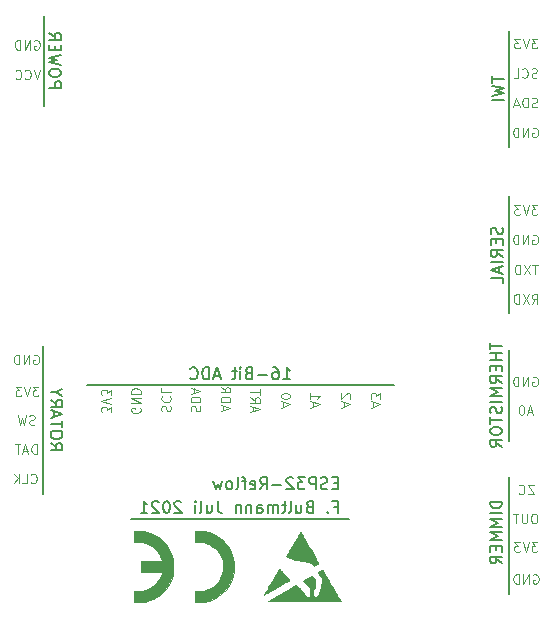
<source format=gbr>
%TF.GenerationSoftware,KiCad,Pcbnew,5.99.0-unknown-5c21f93803~130~ubuntu20.04.1*%
%TF.CreationDate,2021-06-27T12:50:21+02:00*%
%TF.ProjectId,ESP32-Reflow,45535033-322d-4526-9566-6c6f772e6b69,rev?*%
%TF.SameCoordinates,Original*%
%TF.FileFunction,Legend,Bot*%
%TF.FilePolarity,Positive*%
%FSLAX46Y46*%
G04 Gerber Fmt 4.6, Leading zero omitted, Abs format (unit mm)*
G04 Created by KiCad (PCBNEW 5.99.0-unknown-5c21f93803~130~ubuntu20.04.1) date 2021-06-27 12:50:21*
%MOMM*%
%LPD*%
G01*
G04 APERTURE LIST*
%ADD10C,0.100000*%
%ADD11C,0.150000*%
%ADD12C,0.200000*%
%ADD13C,0.010000*%
G04 APERTURE END LIST*
D10*
X111276190Y-116085714D02*
X111314285Y-116123809D01*
X111428571Y-116161904D01*
X111504761Y-116161904D01*
X111619047Y-116123809D01*
X111695238Y-116047619D01*
X111733333Y-115971428D01*
X111771428Y-115819047D01*
X111771428Y-115704761D01*
X111733333Y-115552380D01*
X111695238Y-115476190D01*
X111619047Y-115400000D01*
X111504761Y-115361904D01*
X111428571Y-115361904D01*
X111314285Y-115400000D01*
X111276190Y-115438095D01*
X110552380Y-116161904D02*
X110933333Y-116161904D01*
X110933333Y-115361904D01*
X110285714Y-116161904D02*
X110285714Y-115361904D01*
X109828571Y-116161904D02*
X110171428Y-115704761D01*
X109828571Y-115361904D02*
X110285714Y-115819047D01*
D11*
X112300000Y-117100000D02*
X112300000Y-104500000D01*
D10*
X111920476Y-107986904D02*
X111425238Y-107986904D01*
X111691904Y-108291666D01*
X111577619Y-108291666D01*
X111501428Y-108329761D01*
X111463333Y-108367857D01*
X111425238Y-108444047D01*
X111425238Y-108634523D01*
X111463333Y-108710714D01*
X111501428Y-108748809D01*
X111577619Y-108786904D01*
X111806190Y-108786904D01*
X111882380Y-108748809D01*
X111920476Y-108710714D01*
X111196666Y-107986904D02*
X110930000Y-108786904D01*
X110663333Y-107986904D01*
X110472857Y-107986904D02*
X109977619Y-107986904D01*
X110244285Y-108291666D01*
X110130000Y-108291666D01*
X110053809Y-108329761D01*
X110015714Y-108367857D01*
X109977619Y-108444047D01*
X109977619Y-108634523D01*
X110015714Y-108710714D01*
X110053809Y-108748809D01*
X110130000Y-108786904D01*
X110358571Y-108786904D01*
X110434761Y-108748809D01*
X110472857Y-108710714D01*
D12*
X112947619Y-112752380D02*
X113423809Y-113085714D01*
X112947619Y-113323809D02*
X113947619Y-113323809D01*
X113947619Y-112942857D01*
X113900000Y-112847619D01*
X113852380Y-112800000D01*
X113757142Y-112752380D01*
X113614285Y-112752380D01*
X113519047Y-112800000D01*
X113471428Y-112847619D01*
X113423809Y-112942857D01*
X113423809Y-113323809D01*
X113947619Y-112133333D02*
X113947619Y-111942857D01*
X113900000Y-111847619D01*
X113804761Y-111752380D01*
X113614285Y-111704761D01*
X113280952Y-111704761D01*
X113090476Y-111752380D01*
X112995238Y-111847619D01*
X112947619Y-111942857D01*
X112947619Y-112133333D01*
X112995238Y-112228571D01*
X113090476Y-112323809D01*
X113280952Y-112371428D01*
X113614285Y-112371428D01*
X113804761Y-112323809D01*
X113900000Y-112228571D01*
X113947619Y-112133333D01*
X113947619Y-111419047D02*
X113947619Y-110847619D01*
X112947619Y-111133333D02*
X113947619Y-111133333D01*
X113233333Y-110561904D02*
X113233333Y-110085714D01*
X112947619Y-110657142D02*
X113947619Y-110323809D01*
X112947619Y-109990476D01*
X112947619Y-109085714D02*
X113423809Y-109419047D01*
X112947619Y-109657142D02*
X113947619Y-109657142D01*
X113947619Y-109276190D01*
X113900000Y-109180952D01*
X113852380Y-109133333D01*
X113757142Y-109085714D01*
X113614285Y-109085714D01*
X113519047Y-109133333D01*
X113471428Y-109180952D01*
X113423809Y-109276190D01*
X113423809Y-109657142D01*
X113423809Y-108466666D02*
X112947619Y-108466666D01*
X113947619Y-108800000D02*
X113423809Y-108466666D01*
X113947619Y-108133333D01*
D10*
X111509523Y-105300000D02*
X111585714Y-105261904D01*
X111700000Y-105261904D01*
X111814285Y-105300000D01*
X111890476Y-105376190D01*
X111928571Y-105452380D01*
X111966666Y-105604761D01*
X111966666Y-105719047D01*
X111928571Y-105871428D01*
X111890476Y-105947619D01*
X111814285Y-106023809D01*
X111700000Y-106061904D01*
X111623809Y-106061904D01*
X111509523Y-106023809D01*
X111471428Y-105985714D01*
X111471428Y-105719047D01*
X111623809Y-105719047D01*
X111128571Y-106061904D02*
X111128571Y-105261904D01*
X110671428Y-106061904D01*
X110671428Y-105261904D01*
X110290476Y-106061904D02*
X110290476Y-105261904D01*
X110100000Y-105261904D01*
X109985714Y-105300000D01*
X109909523Y-105376190D01*
X109871428Y-105452380D01*
X109833333Y-105604761D01*
X109833333Y-105719047D01*
X109871428Y-105871428D01*
X109909523Y-105947619D01*
X109985714Y-106023809D01*
X110100000Y-106061904D01*
X110290476Y-106061904D01*
X111615714Y-111148809D02*
X111501428Y-111186904D01*
X111310952Y-111186904D01*
X111234761Y-111148809D01*
X111196666Y-111110714D01*
X111158571Y-111034523D01*
X111158571Y-110958333D01*
X111196666Y-110882142D01*
X111234761Y-110844047D01*
X111310952Y-110805952D01*
X111463333Y-110767857D01*
X111539523Y-110729761D01*
X111577619Y-110691666D01*
X111615714Y-110615476D01*
X111615714Y-110539285D01*
X111577619Y-110463095D01*
X111539523Y-110425000D01*
X111463333Y-110386904D01*
X111272857Y-110386904D01*
X111158571Y-110425000D01*
X110891904Y-110386904D02*
X110701428Y-111186904D01*
X110549047Y-110615476D01*
X110396666Y-111186904D01*
X110206190Y-110386904D01*
X111757142Y-113661904D02*
X111757142Y-112861904D01*
X111566666Y-112861904D01*
X111452380Y-112900000D01*
X111376190Y-112976190D01*
X111338095Y-113052380D01*
X111300000Y-113204761D01*
X111300000Y-113319047D01*
X111338095Y-113471428D01*
X111376190Y-113547619D01*
X111452380Y-113623809D01*
X111566666Y-113661904D01*
X111757142Y-113661904D01*
X110995238Y-113433333D02*
X110614285Y-113433333D01*
X111071428Y-113661904D02*
X110804761Y-112861904D01*
X110538095Y-113661904D01*
X110385714Y-112861904D02*
X109928571Y-112861904D01*
X110157142Y-113661904D02*
X110157142Y-112861904D01*
X140266666Y-109671428D02*
X140266666Y-109290476D01*
X140038095Y-109747619D02*
X140838095Y-109480952D01*
X140038095Y-109214285D01*
X140838095Y-109023809D02*
X140838095Y-108528571D01*
X140533333Y-108795238D01*
X140533333Y-108680952D01*
X140495238Y-108604761D01*
X140457142Y-108566666D01*
X140380952Y-108528571D01*
X140190476Y-108528571D01*
X140114285Y-108566666D01*
X140076190Y-108604761D01*
X140038095Y-108680952D01*
X140038095Y-108909523D01*
X140076190Y-108985714D01*
X140114285Y-109023809D01*
X137766666Y-109671428D02*
X137766666Y-109290476D01*
X137538095Y-109747619D02*
X138338095Y-109480952D01*
X137538095Y-109214285D01*
X138261904Y-108985714D02*
X138300000Y-108947619D01*
X138338095Y-108871428D01*
X138338095Y-108680952D01*
X138300000Y-108604761D01*
X138261904Y-108566666D01*
X138185714Y-108528571D01*
X138109523Y-108528571D01*
X137995238Y-108566666D01*
X137538095Y-109023809D01*
X137538095Y-108528571D01*
X132666666Y-109671428D02*
X132666666Y-109290476D01*
X132438095Y-109747619D02*
X133238095Y-109480952D01*
X132438095Y-109214285D01*
X133238095Y-108795238D02*
X133238095Y-108719047D01*
X133200000Y-108642857D01*
X133161904Y-108604761D01*
X133085714Y-108566666D01*
X132933333Y-108528571D01*
X132742857Y-108528571D01*
X132590476Y-108566666D01*
X132514285Y-108604761D01*
X132476190Y-108642857D01*
X132438095Y-108719047D01*
X132438095Y-108795238D01*
X132476190Y-108871428D01*
X132514285Y-108909523D01*
X132590476Y-108947619D01*
X132742857Y-108985714D01*
X132933333Y-108985714D01*
X133085714Y-108947619D01*
X133161904Y-108909523D01*
X133200000Y-108871428D01*
X133238095Y-108795238D01*
X130091666Y-110065238D02*
X130091666Y-109684285D01*
X129863095Y-110141428D02*
X130663095Y-109874761D01*
X129863095Y-109608095D01*
X129863095Y-108884285D02*
X130244047Y-109150952D01*
X129863095Y-109341428D02*
X130663095Y-109341428D01*
X130663095Y-109036666D01*
X130625000Y-108960476D01*
X130586904Y-108922380D01*
X130510714Y-108884285D01*
X130396428Y-108884285D01*
X130320238Y-108922380D01*
X130282142Y-108960476D01*
X130244047Y-109036666D01*
X130244047Y-109341428D01*
X130663095Y-108655714D02*
X130663095Y-108198571D01*
X129863095Y-108427142D02*
X130663095Y-108427142D01*
X135166666Y-109671428D02*
X135166666Y-109290476D01*
X134938095Y-109747619D02*
X135738095Y-109480952D01*
X134938095Y-109214285D01*
X134938095Y-108528571D02*
X134938095Y-108985714D01*
X134938095Y-108757142D02*
X135738095Y-108757142D01*
X135623809Y-108833333D01*
X135547619Y-108909523D01*
X135509523Y-108985714D01*
X127566666Y-109990476D02*
X127566666Y-109609523D01*
X127338095Y-110066666D02*
X128138095Y-109800000D01*
X127338095Y-109533333D01*
X127338095Y-109266666D02*
X128138095Y-109266666D01*
X128138095Y-109076190D01*
X128100000Y-108961904D01*
X128023809Y-108885714D01*
X127947619Y-108847619D01*
X127795238Y-108809523D01*
X127680952Y-108809523D01*
X127528571Y-108847619D01*
X127452380Y-108885714D01*
X127376190Y-108961904D01*
X127338095Y-109076190D01*
X127338095Y-109266666D01*
X127338095Y-108009523D02*
X127719047Y-108276190D01*
X127338095Y-108466666D02*
X128138095Y-108466666D01*
X128138095Y-108161904D01*
X128100000Y-108085714D01*
X128061904Y-108047619D01*
X127985714Y-108009523D01*
X127871428Y-108009523D01*
X127795238Y-108047619D01*
X127757142Y-108085714D01*
X127719047Y-108161904D01*
X127719047Y-108466666D01*
X124876190Y-110071428D02*
X124838095Y-109957142D01*
X124838095Y-109766666D01*
X124876190Y-109690476D01*
X124914285Y-109652380D01*
X124990476Y-109614285D01*
X125066666Y-109614285D01*
X125142857Y-109652380D01*
X125180952Y-109690476D01*
X125219047Y-109766666D01*
X125257142Y-109919047D01*
X125295238Y-109995238D01*
X125333333Y-110033333D01*
X125409523Y-110071428D01*
X125485714Y-110071428D01*
X125561904Y-110033333D01*
X125600000Y-109995238D01*
X125638095Y-109919047D01*
X125638095Y-109728571D01*
X125600000Y-109614285D01*
X124838095Y-109271428D02*
X125638095Y-109271428D01*
X125638095Y-109080952D01*
X125600000Y-108966666D01*
X125523809Y-108890476D01*
X125447619Y-108852380D01*
X125295238Y-108814285D01*
X125180952Y-108814285D01*
X125028571Y-108852380D01*
X124952380Y-108890476D01*
X124876190Y-108966666D01*
X124838095Y-109080952D01*
X124838095Y-109271428D01*
X125066666Y-108509523D02*
X125066666Y-108128571D01*
X124838095Y-108585714D02*
X125638095Y-108319047D01*
X124838095Y-108052380D01*
X122376190Y-110052380D02*
X122338095Y-109938095D01*
X122338095Y-109747619D01*
X122376190Y-109671428D01*
X122414285Y-109633333D01*
X122490476Y-109595238D01*
X122566666Y-109595238D01*
X122642857Y-109633333D01*
X122680952Y-109671428D01*
X122719047Y-109747619D01*
X122757142Y-109900000D01*
X122795238Y-109976190D01*
X122833333Y-110014285D01*
X122909523Y-110052380D01*
X122985714Y-110052380D01*
X123061904Y-110014285D01*
X123100000Y-109976190D01*
X123138095Y-109900000D01*
X123138095Y-109709523D01*
X123100000Y-109595238D01*
X122414285Y-108795238D02*
X122376190Y-108833333D01*
X122338095Y-108947619D01*
X122338095Y-109023809D01*
X122376190Y-109138095D01*
X122452380Y-109214285D01*
X122528571Y-109252380D01*
X122680952Y-109290476D01*
X122795238Y-109290476D01*
X122947619Y-109252380D01*
X123023809Y-109214285D01*
X123100000Y-109138095D01*
X123138095Y-109023809D01*
X123138095Y-108947619D01*
X123100000Y-108833333D01*
X123061904Y-108795238D01*
X122338095Y-108071428D02*
X122338095Y-108452380D01*
X123138095Y-108452380D01*
D11*
X142000000Y-107800000D02*
X116050000Y-107800000D01*
D12*
X132642857Y-107352380D02*
X133214285Y-107352380D01*
X132928571Y-107352380D02*
X132928571Y-106352380D01*
X133023809Y-106495238D01*
X133119047Y-106590476D01*
X133214285Y-106638095D01*
X131785714Y-106352380D02*
X131976190Y-106352380D01*
X132071428Y-106400000D01*
X132119047Y-106447619D01*
X132214285Y-106590476D01*
X132261904Y-106780952D01*
X132261904Y-107161904D01*
X132214285Y-107257142D01*
X132166666Y-107304761D01*
X132071428Y-107352380D01*
X131880952Y-107352380D01*
X131785714Y-107304761D01*
X131738095Y-107257142D01*
X131690476Y-107161904D01*
X131690476Y-106923809D01*
X131738095Y-106828571D01*
X131785714Y-106780952D01*
X131880952Y-106733333D01*
X132071428Y-106733333D01*
X132166666Y-106780952D01*
X132214285Y-106828571D01*
X132261904Y-106923809D01*
X131261904Y-106971428D02*
X130500000Y-106971428D01*
X129690476Y-106828571D02*
X129547619Y-106876190D01*
X129500000Y-106923809D01*
X129452380Y-107019047D01*
X129452380Y-107161904D01*
X129500000Y-107257142D01*
X129547619Y-107304761D01*
X129642857Y-107352380D01*
X130023809Y-107352380D01*
X130023809Y-106352380D01*
X129690476Y-106352380D01*
X129595238Y-106400000D01*
X129547619Y-106447619D01*
X129500000Y-106542857D01*
X129500000Y-106638095D01*
X129547619Y-106733333D01*
X129595238Y-106780952D01*
X129690476Y-106828571D01*
X130023809Y-106828571D01*
X129023809Y-107352380D02*
X129023809Y-106685714D01*
X129023809Y-106352380D02*
X129071428Y-106400000D01*
X129023809Y-106447619D01*
X128976190Y-106400000D01*
X129023809Y-106352380D01*
X129023809Y-106447619D01*
X128690476Y-106685714D02*
X128309523Y-106685714D01*
X128547619Y-106352380D02*
X128547619Y-107209523D01*
X128500000Y-107304761D01*
X128404761Y-107352380D01*
X128309523Y-107352380D01*
X127261904Y-107066666D02*
X126785714Y-107066666D01*
X127357142Y-107352380D02*
X127023809Y-106352380D01*
X126690476Y-107352380D01*
X126357142Y-107352380D02*
X126357142Y-106352380D01*
X126119047Y-106352380D01*
X125976190Y-106400000D01*
X125880952Y-106495238D01*
X125833333Y-106590476D01*
X125785714Y-106780952D01*
X125785714Y-106923809D01*
X125833333Y-107114285D01*
X125880952Y-107209523D01*
X125976190Y-107304761D01*
X126119047Y-107352380D01*
X126357142Y-107352380D01*
X124785714Y-107257142D02*
X124833333Y-107304761D01*
X124976190Y-107352380D01*
X125071428Y-107352380D01*
X125214285Y-107304761D01*
X125309523Y-107209523D01*
X125357142Y-107114285D01*
X125404761Y-106923809D01*
X125404761Y-106780952D01*
X125357142Y-106590476D01*
X125309523Y-106495238D01*
X125214285Y-106400000D01*
X125071428Y-106352380D01*
X124976190Y-106352380D01*
X124833333Y-106400000D01*
X124785714Y-106447619D01*
D10*
X118038095Y-110160476D02*
X118038095Y-109665238D01*
X117733333Y-109931904D01*
X117733333Y-109817619D01*
X117695238Y-109741428D01*
X117657142Y-109703333D01*
X117580952Y-109665238D01*
X117390476Y-109665238D01*
X117314285Y-109703333D01*
X117276190Y-109741428D01*
X117238095Y-109817619D01*
X117238095Y-110046190D01*
X117276190Y-110122380D01*
X117314285Y-110160476D01*
X118038095Y-109436666D02*
X117238095Y-109170000D01*
X118038095Y-108903333D01*
X118038095Y-108712857D02*
X118038095Y-108217619D01*
X117733333Y-108484285D01*
X117733333Y-108370000D01*
X117695238Y-108293809D01*
X117657142Y-108255714D01*
X117580952Y-108217619D01*
X117390476Y-108217619D01*
X117314285Y-108255714D01*
X117276190Y-108293809D01*
X117238095Y-108370000D01*
X117238095Y-108598571D01*
X117276190Y-108674761D01*
X117314285Y-108712857D01*
X120525000Y-109779523D02*
X120563095Y-109855714D01*
X120563095Y-109970000D01*
X120525000Y-110084285D01*
X120448809Y-110160476D01*
X120372619Y-110198571D01*
X120220238Y-110236666D01*
X120105952Y-110236666D01*
X119953571Y-110198571D01*
X119877380Y-110160476D01*
X119801190Y-110084285D01*
X119763095Y-109970000D01*
X119763095Y-109893809D01*
X119801190Y-109779523D01*
X119839285Y-109741428D01*
X120105952Y-109741428D01*
X120105952Y-109893809D01*
X119763095Y-109398571D02*
X120563095Y-109398571D01*
X119763095Y-108941428D01*
X120563095Y-108941428D01*
X119763095Y-108560476D02*
X120563095Y-108560476D01*
X120563095Y-108370000D01*
X120525000Y-108255714D01*
X120448809Y-108179523D01*
X120372619Y-108141428D01*
X120220238Y-108103333D01*
X120105952Y-108103333D01*
X119953571Y-108141428D01*
X119877380Y-108179523D01*
X119801190Y-108255714D01*
X119763095Y-108370000D01*
X119763095Y-108560476D01*
X153866666Y-116261904D02*
X153333333Y-116261904D01*
X153866666Y-117061904D01*
X153333333Y-117061904D01*
X152571428Y-116985714D02*
X152609523Y-117023809D01*
X152723809Y-117061904D01*
X152800000Y-117061904D01*
X152914285Y-117023809D01*
X152990476Y-116947619D01*
X153028571Y-116871428D01*
X153066666Y-116719047D01*
X153066666Y-116604761D01*
X153028571Y-116452380D01*
X152990476Y-116376190D01*
X152914285Y-116300000D01*
X152800000Y-116261904D01*
X152723809Y-116261904D01*
X152609523Y-116300000D01*
X152571428Y-116338095D01*
X153809523Y-123900000D02*
X153885714Y-123861904D01*
X154000000Y-123861904D01*
X154114285Y-123900000D01*
X154190476Y-123976190D01*
X154228571Y-124052380D01*
X154266666Y-124204761D01*
X154266666Y-124319047D01*
X154228571Y-124471428D01*
X154190476Y-124547619D01*
X154114285Y-124623809D01*
X154000000Y-124661904D01*
X153923809Y-124661904D01*
X153809523Y-124623809D01*
X153771428Y-124585714D01*
X153771428Y-124319047D01*
X153923809Y-124319047D01*
X153428571Y-124661904D02*
X153428571Y-123861904D01*
X152971428Y-124661904D01*
X152971428Y-123861904D01*
X152590476Y-124661904D02*
X152590476Y-123861904D01*
X152400000Y-123861904D01*
X152285714Y-123900000D01*
X152209523Y-123976190D01*
X152171428Y-124052380D01*
X152133333Y-124204761D01*
X152133333Y-124319047D01*
X152171428Y-124471428D01*
X152209523Y-124547619D01*
X152285714Y-124623809D01*
X152400000Y-124661904D01*
X152590476Y-124661904D01*
D11*
X151800000Y-115600000D02*
X151800000Y-125500000D01*
D12*
X151152380Y-117704761D02*
X150152380Y-117704761D01*
X150152380Y-117942857D01*
X150200000Y-118085714D01*
X150295238Y-118180952D01*
X150390476Y-118228571D01*
X150580952Y-118276190D01*
X150723809Y-118276190D01*
X150914285Y-118228571D01*
X151009523Y-118180952D01*
X151104761Y-118085714D01*
X151152380Y-117942857D01*
X151152380Y-117704761D01*
X151152380Y-118704761D02*
X150152380Y-118704761D01*
X151152380Y-119180952D02*
X150152380Y-119180952D01*
X150866666Y-119514285D01*
X150152380Y-119847619D01*
X151152380Y-119847619D01*
X151152380Y-120323809D02*
X150152380Y-120323809D01*
X150866666Y-120657142D01*
X150152380Y-120990476D01*
X151152380Y-120990476D01*
X150628571Y-121466666D02*
X150628571Y-121800000D01*
X151152380Y-121942857D02*
X151152380Y-121466666D01*
X150152380Y-121466666D01*
X150152380Y-121942857D01*
X151152380Y-122942857D02*
X150676190Y-122609523D01*
X151152380Y-122371428D02*
X150152380Y-122371428D01*
X150152380Y-122752380D01*
X150200000Y-122847619D01*
X150247619Y-122895238D01*
X150342857Y-122942857D01*
X150485714Y-122942857D01*
X150580952Y-122895238D01*
X150628571Y-122847619D01*
X150676190Y-122752380D01*
X150676190Y-122371428D01*
D10*
X154160476Y-121136904D02*
X153665238Y-121136904D01*
X153931904Y-121441666D01*
X153817619Y-121441666D01*
X153741428Y-121479761D01*
X153703333Y-121517857D01*
X153665238Y-121594047D01*
X153665238Y-121784523D01*
X153703333Y-121860714D01*
X153741428Y-121898809D01*
X153817619Y-121936904D01*
X154046190Y-121936904D01*
X154122380Y-121898809D01*
X154160476Y-121860714D01*
X153436666Y-121136904D02*
X153170000Y-121936904D01*
X152903333Y-121136904D01*
X152712857Y-121136904D02*
X152217619Y-121136904D01*
X152484285Y-121441666D01*
X152370000Y-121441666D01*
X152293809Y-121479761D01*
X152255714Y-121517857D01*
X152217619Y-121594047D01*
X152217619Y-121784523D01*
X152255714Y-121860714D01*
X152293809Y-121898809D01*
X152370000Y-121936904D01*
X152598571Y-121936904D01*
X152674761Y-121898809D01*
X152712857Y-121860714D01*
X153970000Y-118736904D02*
X153817619Y-118736904D01*
X153741428Y-118775000D01*
X153665238Y-118851190D01*
X153627142Y-119003571D01*
X153627142Y-119270238D01*
X153665238Y-119422619D01*
X153741428Y-119498809D01*
X153817619Y-119536904D01*
X153970000Y-119536904D01*
X154046190Y-119498809D01*
X154122380Y-119422619D01*
X154160476Y-119270238D01*
X154160476Y-119003571D01*
X154122380Y-118851190D01*
X154046190Y-118775000D01*
X153970000Y-118736904D01*
X153284285Y-118736904D02*
X153284285Y-119384523D01*
X153246190Y-119460714D01*
X153208095Y-119498809D01*
X153131904Y-119536904D01*
X152979523Y-119536904D01*
X152903333Y-119498809D01*
X152865238Y-119460714D01*
X152827142Y-119384523D01*
X152827142Y-118736904D01*
X152560476Y-118736904D02*
X152103333Y-118736904D01*
X152331904Y-119536904D02*
X152331904Y-118736904D01*
D11*
X151800000Y-104900000D02*
X151800000Y-112600000D01*
D10*
X153779523Y-86075000D02*
X153855714Y-86036904D01*
X153970000Y-86036904D01*
X154084285Y-86075000D01*
X154160476Y-86151190D01*
X154198571Y-86227380D01*
X154236666Y-86379761D01*
X154236666Y-86494047D01*
X154198571Y-86646428D01*
X154160476Y-86722619D01*
X154084285Y-86798809D01*
X153970000Y-86836904D01*
X153893809Y-86836904D01*
X153779523Y-86798809D01*
X153741428Y-86760714D01*
X153741428Y-86494047D01*
X153893809Y-86494047D01*
X153398571Y-86836904D02*
X153398571Y-86036904D01*
X152941428Y-86836904D01*
X152941428Y-86036904D01*
X152560476Y-86836904D02*
X152560476Y-86036904D01*
X152370000Y-86036904D01*
X152255714Y-86075000D01*
X152179523Y-86151190D01*
X152141428Y-86227380D01*
X152103333Y-86379761D01*
X152103333Y-86494047D01*
X152141428Y-86646428D01*
X152179523Y-86722619D01*
X152255714Y-86798809D01*
X152370000Y-86836904D01*
X152560476Y-86836904D01*
X154122380Y-81798809D02*
X154008095Y-81836904D01*
X153817619Y-81836904D01*
X153741428Y-81798809D01*
X153703333Y-81760714D01*
X153665238Y-81684523D01*
X153665238Y-81608333D01*
X153703333Y-81532142D01*
X153741428Y-81494047D01*
X153817619Y-81455952D01*
X153970000Y-81417857D01*
X154046190Y-81379761D01*
X154084285Y-81341666D01*
X154122380Y-81265476D01*
X154122380Y-81189285D01*
X154084285Y-81113095D01*
X154046190Y-81075000D01*
X153970000Y-81036904D01*
X153779523Y-81036904D01*
X153665238Y-81075000D01*
X152865238Y-81760714D02*
X152903333Y-81798809D01*
X153017619Y-81836904D01*
X153093809Y-81836904D01*
X153208095Y-81798809D01*
X153284285Y-81722619D01*
X153322380Y-81646428D01*
X153360476Y-81494047D01*
X153360476Y-81379761D01*
X153322380Y-81227380D01*
X153284285Y-81151190D01*
X153208095Y-81075000D01*
X153093809Y-81036904D01*
X153017619Y-81036904D01*
X152903333Y-81075000D01*
X152865238Y-81113095D01*
X152141428Y-81836904D02*
X152522380Y-81836904D01*
X152522380Y-81036904D01*
X153703333Y-100936904D02*
X153970000Y-100555952D01*
X154160476Y-100936904D02*
X154160476Y-100136904D01*
X153855714Y-100136904D01*
X153779523Y-100175000D01*
X153741428Y-100213095D01*
X153703333Y-100289285D01*
X153703333Y-100403571D01*
X153741428Y-100479761D01*
X153779523Y-100517857D01*
X153855714Y-100555952D01*
X154160476Y-100555952D01*
X153436666Y-100136904D02*
X152903333Y-100936904D01*
X152903333Y-100136904D02*
X153436666Y-100936904D01*
X152598571Y-100936904D02*
X152598571Y-100136904D01*
X152408095Y-100136904D01*
X152293809Y-100175000D01*
X152217619Y-100251190D01*
X152179523Y-100327380D01*
X152141428Y-100479761D01*
X152141428Y-100594047D01*
X152179523Y-100746428D01*
X152217619Y-100822619D01*
X152293809Y-100898809D01*
X152408095Y-100936904D01*
X152598571Y-100936904D01*
D12*
X137246666Y-116128571D02*
X136913333Y-116128571D01*
X136770476Y-116652380D02*
X137246666Y-116652380D01*
X137246666Y-115652380D01*
X136770476Y-115652380D01*
X136389523Y-116604761D02*
X136246666Y-116652380D01*
X136008571Y-116652380D01*
X135913333Y-116604761D01*
X135865714Y-116557142D01*
X135818095Y-116461904D01*
X135818095Y-116366666D01*
X135865714Y-116271428D01*
X135913333Y-116223809D01*
X136008571Y-116176190D01*
X136199047Y-116128571D01*
X136294285Y-116080952D01*
X136341904Y-116033333D01*
X136389523Y-115938095D01*
X136389523Y-115842857D01*
X136341904Y-115747619D01*
X136294285Y-115700000D01*
X136199047Y-115652380D01*
X135960952Y-115652380D01*
X135818095Y-115700000D01*
X135389523Y-116652380D02*
X135389523Y-115652380D01*
X135008571Y-115652380D01*
X134913333Y-115700000D01*
X134865714Y-115747619D01*
X134818095Y-115842857D01*
X134818095Y-115985714D01*
X134865714Y-116080952D01*
X134913333Y-116128571D01*
X135008571Y-116176190D01*
X135389523Y-116176190D01*
X134484761Y-115652380D02*
X133865714Y-115652380D01*
X134199047Y-116033333D01*
X134056190Y-116033333D01*
X133960952Y-116080952D01*
X133913333Y-116128571D01*
X133865714Y-116223809D01*
X133865714Y-116461904D01*
X133913333Y-116557142D01*
X133960952Y-116604761D01*
X134056190Y-116652380D01*
X134341904Y-116652380D01*
X134437142Y-116604761D01*
X134484761Y-116557142D01*
X133484761Y-115747619D02*
X133437142Y-115700000D01*
X133341904Y-115652380D01*
X133103809Y-115652380D01*
X133008571Y-115700000D01*
X132960952Y-115747619D01*
X132913333Y-115842857D01*
X132913333Y-115938095D01*
X132960952Y-116080952D01*
X133532380Y-116652380D01*
X132913333Y-116652380D01*
X132484761Y-116271428D02*
X131722857Y-116271428D01*
X130675238Y-116652380D02*
X131008571Y-116176190D01*
X131246666Y-116652380D02*
X131246666Y-115652380D01*
X130865714Y-115652380D01*
X130770476Y-115700000D01*
X130722857Y-115747619D01*
X130675238Y-115842857D01*
X130675238Y-115985714D01*
X130722857Y-116080952D01*
X130770476Y-116128571D01*
X130865714Y-116176190D01*
X131246666Y-116176190D01*
X129865714Y-116604761D02*
X129960952Y-116652380D01*
X130151428Y-116652380D01*
X130246666Y-116604761D01*
X130294285Y-116509523D01*
X130294285Y-116128571D01*
X130246666Y-116033333D01*
X130151428Y-115985714D01*
X129960952Y-115985714D01*
X129865714Y-116033333D01*
X129818095Y-116128571D01*
X129818095Y-116223809D01*
X130294285Y-116319047D01*
X129532380Y-115985714D02*
X129151428Y-115985714D01*
X129389523Y-116652380D02*
X129389523Y-115795238D01*
X129341904Y-115700000D01*
X129246666Y-115652380D01*
X129151428Y-115652380D01*
X128675238Y-116652380D02*
X128770476Y-116604761D01*
X128818095Y-116509523D01*
X128818095Y-115652380D01*
X128151428Y-116652380D02*
X128246666Y-116604761D01*
X128294285Y-116557142D01*
X128341904Y-116461904D01*
X128341904Y-116176190D01*
X128294285Y-116080952D01*
X128246666Y-116033333D01*
X128151428Y-115985714D01*
X128008571Y-115985714D01*
X127913333Y-116033333D01*
X127865714Y-116080952D01*
X127818095Y-116176190D01*
X127818095Y-116461904D01*
X127865714Y-116557142D01*
X127913333Y-116604761D01*
X128008571Y-116652380D01*
X128151428Y-116652380D01*
X127484761Y-115985714D02*
X127294285Y-116652380D01*
X127103809Y-116176190D01*
X126913333Y-116652380D01*
X126722857Y-115985714D01*
X151174761Y-94515476D02*
X151222380Y-94658333D01*
X151222380Y-94896428D01*
X151174761Y-94991666D01*
X151127142Y-95039285D01*
X151031904Y-95086904D01*
X150936666Y-95086904D01*
X150841428Y-95039285D01*
X150793809Y-94991666D01*
X150746190Y-94896428D01*
X150698571Y-94705952D01*
X150650952Y-94610714D01*
X150603333Y-94563095D01*
X150508095Y-94515476D01*
X150412857Y-94515476D01*
X150317619Y-94563095D01*
X150270000Y-94610714D01*
X150222380Y-94705952D01*
X150222380Y-94944047D01*
X150270000Y-95086904D01*
X150698571Y-95515476D02*
X150698571Y-95848809D01*
X151222380Y-95991666D02*
X151222380Y-95515476D01*
X150222380Y-95515476D01*
X150222380Y-95991666D01*
X151222380Y-96991666D02*
X150746190Y-96658333D01*
X151222380Y-96420238D02*
X150222380Y-96420238D01*
X150222380Y-96801190D01*
X150270000Y-96896428D01*
X150317619Y-96944047D01*
X150412857Y-96991666D01*
X150555714Y-96991666D01*
X150650952Y-96944047D01*
X150698571Y-96896428D01*
X150746190Y-96801190D01*
X150746190Y-96420238D01*
X151222380Y-97420238D02*
X150222380Y-97420238D01*
X150936666Y-97848809D02*
X150936666Y-98325000D01*
X151222380Y-97753571D02*
X150222380Y-98086904D01*
X151222380Y-98420238D01*
X151222380Y-99229761D02*
X151222380Y-98753571D01*
X150222380Y-98753571D01*
X150322380Y-81679761D02*
X150322380Y-82251190D01*
X151322380Y-81965476D02*
X150322380Y-81965476D01*
X150322380Y-82489285D02*
X151322380Y-82727380D01*
X150608095Y-82917857D01*
X151322380Y-83108333D01*
X150322380Y-83346428D01*
X151322380Y-83727380D02*
X150322380Y-83727380D01*
D10*
X154179523Y-97636904D02*
X153722380Y-97636904D01*
X153950952Y-98436904D02*
X153950952Y-97636904D01*
X153531904Y-97636904D02*
X152998571Y-98436904D01*
X152998571Y-97636904D02*
X153531904Y-98436904D01*
X152693809Y-98436904D02*
X152693809Y-97636904D01*
X152503333Y-97636904D01*
X152389047Y-97675000D01*
X152312857Y-97751190D01*
X152274761Y-97827380D01*
X152236666Y-97979761D01*
X152236666Y-98094047D01*
X152274761Y-98246428D01*
X152312857Y-98322619D01*
X152389047Y-98398809D01*
X152503333Y-98436904D01*
X152693809Y-98436904D01*
X154160476Y-92636904D02*
X153665238Y-92636904D01*
X153931904Y-92941666D01*
X153817619Y-92941666D01*
X153741428Y-92979761D01*
X153703333Y-93017857D01*
X153665238Y-93094047D01*
X153665238Y-93284523D01*
X153703333Y-93360714D01*
X153741428Y-93398809D01*
X153817619Y-93436904D01*
X154046190Y-93436904D01*
X154122380Y-93398809D01*
X154160476Y-93360714D01*
X153436666Y-92636904D02*
X153170000Y-93436904D01*
X152903333Y-92636904D01*
X152712857Y-92636904D02*
X152217619Y-92636904D01*
X152484285Y-92941666D01*
X152370000Y-92941666D01*
X152293809Y-92979761D01*
X152255714Y-93017857D01*
X152217619Y-93094047D01*
X152217619Y-93284523D01*
X152255714Y-93360714D01*
X152293809Y-93398809D01*
X152370000Y-93436904D01*
X152598571Y-93436904D01*
X152674761Y-93398809D01*
X152712857Y-93360714D01*
X153741428Y-110108333D02*
X153360476Y-110108333D01*
X153817619Y-110336904D02*
X153550952Y-109536904D01*
X153284285Y-110336904D01*
X152865238Y-109536904D02*
X152789047Y-109536904D01*
X152712857Y-109575000D01*
X152674761Y-109613095D01*
X152636666Y-109689285D01*
X152598571Y-109841666D01*
X152598571Y-110032142D01*
X152636666Y-110184523D01*
X152674761Y-110260714D01*
X152712857Y-110298809D01*
X152789047Y-110336904D01*
X152865238Y-110336904D01*
X152941428Y-110298809D01*
X152979523Y-110260714D01*
X153017619Y-110184523D01*
X153055714Y-110032142D01*
X153055714Y-109841666D01*
X153017619Y-109689285D01*
X152979523Y-109613095D01*
X152941428Y-109575000D01*
X152865238Y-109536904D01*
X153779523Y-107175000D02*
X153855714Y-107136904D01*
X153970000Y-107136904D01*
X154084285Y-107175000D01*
X154160476Y-107251190D01*
X154198571Y-107327380D01*
X154236666Y-107479761D01*
X154236666Y-107594047D01*
X154198571Y-107746428D01*
X154160476Y-107822619D01*
X154084285Y-107898809D01*
X153970000Y-107936904D01*
X153893809Y-107936904D01*
X153779523Y-107898809D01*
X153741428Y-107860714D01*
X153741428Y-107594047D01*
X153893809Y-107594047D01*
X153398571Y-107936904D02*
X153398571Y-107136904D01*
X152941428Y-107936904D01*
X152941428Y-107136904D01*
X152560476Y-107936904D02*
X152560476Y-107136904D01*
X152370000Y-107136904D01*
X152255714Y-107175000D01*
X152179523Y-107251190D01*
X152141428Y-107327380D01*
X152103333Y-107479761D01*
X152103333Y-107594047D01*
X152141428Y-107746428D01*
X152179523Y-107822619D01*
X152255714Y-107898809D01*
X152370000Y-107936904D01*
X152560476Y-107936904D01*
D12*
X136951428Y-118128571D02*
X137284761Y-118128571D01*
X137284761Y-118652380D02*
X137284761Y-117652380D01*
X136808571Y-117652380D01*
X136427619Y-118557142D02*
X136380000Y-118604761D01*
X136427619Y-118652380D01*
X136475238Y-118604761D01*
X136427619Y-118557142D01*
X136427619Y-118652380D01*
X134856190Y-118128571D02*
X134713333Y-118176190D01*
X134665714Y-118223809D01*
X134618095Y-118319047D01*
X134618095Y-118461904D01*
X134665714Y-118557142D01*
X134713333Y-118604761D01*
X134808571Y-118652380D01*
X135189523Y-118652380D01*
X135189523Y-117652380D01*
X134856190Y-117652380D01*
X134760952Y-117700000D01*
X134713333Y-117747619D01*
X134665714Y-117842857D01*
X134665714Y-117938095D01*
X134713333Y-118033333D01*
X134760952Y-118080952D01*
X134856190Y-118128571D01*
X135189523Y-118128571D01*
X133760952Y-117985714D02*
X133760952Y-118652380D01*
X134189523Y-117985714D02*
X134189523Y-118509523D01*
X134141904Y-118604761D01*
X134046666Y-118652380D01*
X133903809Y-118652380D01*
X133808571Y-118604761D01*
X133760952Y-118557142D01*
X133141904Y-118652380D02*
X133237142Y-118604761D01*
X133284761Y-118509523D01*
X133284761Y-117652380D01*
X132903809Y-117985714D02*
X132522857Y-117985714D01*
X132760952Y-117652380D02*
X132760952Y-118509523D01*
X132713333Y-118604761D01*
X132618095Y-118652380D01*
X132522857Y-118652380D01*
X132189523Y-118652380D02*
X132189523Y-117985714D01*
X132189523Y-118080952D02*
X132141904Y-118033333D01*
X132046666Y-117985714D01*
X131903809Y-117985714D01*
X131808571Y-118033333D01*
X131760952Y-118128571D01*
X131760952Y-118652380D01*
X131760952Y-118128571D02*
X131713333Y-118033333D01*
X131618095Y-117985714D01*
X131475238Y-117985714D01*
X131380000Y-118033333D01*
X131332380Y-118128571D01*
X131332380Y-118652380D01*
X130427619Y-118652380D02*
X130427619Y-118128571D01*
X130475238Y-118033333D01*
X130570476Y-117985714D01*
X130760952Y-117985714D01*
X130856190Y-118033333D01*
X130427619Y-118604761D02*
X130522857Y-118652380D01*
X130760952Y-118652380D01*
X130856190Y-118604761D01*
X130903809Y-118509523D01*
X130903809Y-118414285D01*
X130856190Y-118319047D01*
X130760952Y-118271428D01*
X130522857Y-118271428D01*
X130427619Y-118223809D01*
X129951428Y-117985714D02*
X129951428Y-118652380D01*
X129951428Y-118080952D02*
X129903809Y-118033333D01*
X129808571Y-117985714D01*
X129665714Y-117985714D01*
X129570476Y-118033333D01*
X129522857Y-118128571D01*
X129522857Y-118652380D01*
X129046666Y-117985714D02*
X129046666Y-118652380D01*
X129046666Y-118080952D02*
X128999047Y-118033333D01*
X128903809Y-117985714D01*
X128760952Y-117985714D01*
X128665714Y-118033333D01*
X128618095Y-118128571D01*
X128618095Y-118652380D01*
X127094285Y-117652380D02*
X127094285Y-118366666D01*
X127141904Y-118509523D01*
X127237142Y-118604761D01*
X127380000Y-118652380D01*
X127475238Y-118652380D01*
X126189523Y-117985714D02*
X126189523Y-118652380D01*
X126618095Y-117985714D02*
X126618095Y-118509523D01*
X126570476Y-118604761D01*
X126475238Y-118652380D01*
X126332380Y-118652380D01*
X126237142Y-118604761D01*
X126189523Y-118557142D01*
X125570476Y-118652380D02*
X125665714Y-118604761D01*
X125713333Y-118509523D01*
X125713333Y-117652380D01*
X125189523Y-118652380D02*
X125189523Y-117985714D01*
X125189523Y-117652380D02*
X125237142Y-117700000D01*
X125189523Y-117747619D01*
X125141904Y-117700000D01*
X125189523Y-117652380D01*
X125189523Y-117747619D01*
X123999047Y-117747619D02*
X123951428Y-117700000D01*
X123856190Y-117652380D01*
X123618095Y-117652380D01*
X123522857Y-117700000D01*
X123475238Y-117747619D01*
X123427619Y-117842857D01*
X123427619Y-117938095D01*
X123475238Y-118080952D01*
X124046666Y-118652380D01*
X123427619Y-118652380D01*
X122808571Y-117652380D02*
X122713333Y-117652380D01*
X122618095Y-117700000D01*
X122570476Y-117747619D01*
X122522857Y-117842857D01*
X122475238Y-118033333D01*
X122475238Y-118271428D01*
X122522857Y-118461904D01*
X122570476Y-118557142D01*
X122618095Y-118604761D01*
X122713333Y-118652380D01*
X122808571Y-118652380D01*
X122903809Y-118604761D01*
X122951428Y-118557142D01*
X122999047Y-118461904D01*
X123046666Y-118271428D01*
X123046666Y-118033333D01*
X122999047Y-117842857D01*
X122951428Y-117747619D01*
X122903809Y-117700000D01*
X122808571Y-117652380D01*
X122094285Y-117747619D02*
X122046666Y-117700000D01*
X121951428Y-117652380D01*
X121713333Y-117652380D01*
X121618095Y-117700000D01*
X121570476Y-117747619D01*
X121522857Y-117842857D01*
X121522857Y-117938095D01*
X121570476Y-118080952D01*
X122141904Y-118652380D01*
X121522857Y-118652380D01*
X120570476Y-118652380D02*
X121141904Y-118652380D01*
X120856190Y-118652380D02*
X120856190Y-117652380D01*
X120951428Y-117795238D01*
X121046666Y-117890476D01*
X121141904Y-117938095D01*
D10*
X112036666Y-81136904D02*
X111770000Y-81936904D01*
X111503333Y-81136904D01*
X110779523Y-81860714D02*
X110817619Y-81898809D01*
X110931904Y-81936904D01*
X111008095Y-81936904D01*
X111122380Y-81898809D01*
X111198571Y-81822619D01*
X111236666Y-81746428D01*
X111274761Y-81594047D01*
X111274761Y-81479761D01*
X111236666Y-81327380D01*
X111198571Y-81251190D01*
X111122380Y-81175000D01*
X111008095Y-81136904D01*
X110931904Y-81136904D01*
X110817619Y-81175000D01*
X110779523Y-81213095D01*
X109979523Y-81860714D02*
X110017619Y-81898809D01*
X110131904Y-81936904D01*
X110208095Y-81936904D01*
X110322380Y-81898809D01*
X110398571Y-81822619D01*
X110436666Y-81746428D01*
X110474761Y-81594047D01*
X110474761Y-81479761D01*
X110436666Y-81327380D01*
X110398571Y-81251190D01*
X110322380Y-81175000D01*
X110208095Y-81136904D01*
X110131904Y-81136904D01*
X110017619Y-81175000D01*
X109979523Y-81213095D01*
X154141428Y-84298809D02*
X154027142Y-84336904D01*
X153836666Y-84336904D01*
X153760476Y-84298809D01*
X153722380Y-84260714D01*
X153684285Y-84184523D01*
X153684285Y-84108333D01*
X153722380Y-84032142D01*
X153760476Y-83994047D01*
X153836666Y-83955952D01*
X153989047Y-83917857D01*
X154065238Y-83879761D01*
X154103333Y-83841666D01*
X154141428Y-83765476D01*
X154141428Y-83689285D01*
X154103333Y-83613095D01*
X154065238Y-83575000D01*
X153989047Y-83536904D01*
X153798571Y-83536904D01*
X153684285Y-83575000D01*
X153341428Y-84336904D02*
X153341428Y-83536904D01*
X153150952Y-83536904D01*
X153036666Y-83575000D01*
X152960476Y-83651190D01*
X152922380Y-83727380D01*
X152884285Y-83879761D01*
X152884285Y-83994047D01*
X152922380Y-84146428D01*
X152960476Y-84222619D01*
X153036666Y-84298809D01*
X153150952Y-84336904D01*
X153341428Y-84336904D01*
X152579523Y-84108333D02*
X152198571Y-84108333D01*
X152655714Y-84336904D02*
X152389047Y-83536904D01*
X152122380Y-84336904D01*
X111579523Y-78675000D02*
X111655714Y-78636904D01*
X111770000Y-78636904D01*
X111884285Y-78675000D01*
X111960476Y-78751190D01*
X111998571Y-78827380D01*
X112036666Y-78979761D01*
X112036666Y-79094047D01*
X111998571Y-79246428D01*
X111960476Y-79322619D01*
X111884285Y-79398809D01*
X111770000Y-79436904D01*
X111693809Y-79436904D01*
X111579523Y-79398809D01*
X111541428Y-79360714D01*
X111541428Y-79094047D01*
X111693809Y-79094047D01*
X111198571Y-79436904D02*
X111198571Y-78636904D01*
X110741428Y-79436904D01*
X110741428Y-78636904D01*
X110360476Y-79436904D02*
X110360476Y-78636904D01*
X110170000Y-78636904D01*
X110055714Y-78675000D01*
X109979523Y-78751190D01*
X109941428Y-78827380D01*
X109903333Y-78979761D01*
X109903333Y-79094047D01*
X109941428Y-79246428D01*
X109979523Y-79322619D01*
X110055714Y-79398809D01*
X110170000Y-79436904D01*
X110360476Y-79436904D01*
D12*
X150152380Y-104247619D02*
X150152380Y-104819047D01*
X151152380Y-104533333D02*
X150152380Y-104533333D01*
X151152380Y-105152380D02*
X150152380Y-105152380D01*
X150628571Y-105152380D02*
X150628571Y-105723809D01*
X151152380Y-105723809D02*
X150152380Y-105723809D01*
X150628571Y-106200000D02*
X150628571Y-106533333D01*
X151152380Y-106676190D02*
X151152380Y-106200000D01*
X150152380Y-106200000D01*
X150152380Y-106676190D01*
X151152380Y-107676190D02*
X150676190Y-107342857D01*
X151152380Y-107104761D02*
X150152380Y-107104761D01*
X150152380Y-107485714D01*
X150200000Y-107580952D01*
X150247619Y-107628571D01*
X150342857Y-107676190D01*
X150485714Y-107676190D01*
X150580952Y-107628571D01*
X150628571Y-107580952D01*
X150676190Y-107485714D01*
X150676190Y-107104761D01*
X151152380Y-108104761D02*
X150152380Y-108104761D01*
X150866666Y-108438095D01*
X150152380Y-108771428D01*
X151152380Y-108771428D01*
X151152380Y-109247619D02*
X150152380Y-109247619D01*
X151104761Y-109676190D02*
X151152380Y-109819047D01*
X151152380Y-110057142D01*
X151104761Y-110152380D01*
X151057142Y-110200000D01*
X150961904Y-110247619D01*
X150866666Y-110247619D01*
X150771428Y-110200000D01*
X150723809Y-110152380D01*
X150676190Y-110057142D01*
X150628571Y-109866666D01*
X150580952Y-109771428D01*
X150533333Y-109723809D01*
X150438095Y-109676190D01*
X150342857Y-109676190D01*
X150247619Y-109723809D01*
X150200000Y-109771428D01*
X150152380Y-109866666D01*
X150152380Y-110104761D01*
X150200000Y-110247619D01*
X150152380Y-110533333D02*
X150152380Y-111104761D01*
X151152380Y-110819047D02*
X150152380Y-110819047D01*
X150152380Y-111628571D02*
X150152380Y-111819047D01*
X150200000Y-111914285D01*
X150295238Y-112009523D01*
X150485714Y-112057142D01*
X150819047Y-112057142D01*
X151009523Y-112009523D01*
X151104761Y-111914285D01*
X151152380Y-111819047D01*
X151152380Y-111628571D01*
X151104761Y-111533333D01*
X151009523Y-111438095D01*
X150819047Y-111390476D01*
X150485714Y-111390476D01*
X150295238Y-111438095D01*
X150200000Y-111533333D01*
X150152380Y-111628571D01*
X151152380Y-113057142D02*
X150676190Y-112723809D01*
X151152380Y-112485714D02*
X150152380Y-112485714D01*
X150152380Y-112866666D01*
X150200000Y-112961904D01*
X150247619Y-113009523D01*
X150342857Y-113057142D01*
X150485714Y-113057142D01*
X150580952Y-113009523D01*
X150628571Y-112961904D01*
X150676190Y-112866666D01*
X150676190Y-112485714D01*
D10*
X153779523Y-95175000D02*
X153855714Y-95136904D01*
X153970000Y-95136904D01*
X154084285Y-95175000D01*
X154160476Y-95251190D01*
X154198571Y-95327380D01*
X154236666Y-95479761D01*
X154236666Y-95594047D01*
X154198571Y-95746428D01*
X154160476Y-95822619D01*
X154084285Y-95898809D01*
X153970000Y-95936904D01*
X153893809Y-95936904D01*
X153779523Y-95898809D01*
X153741428Y-95860714D01*
X153741428Y-95594047D01*
X153893809Y-95594047D01*
X153398571Y-95936904D02*
X153398571Y-95136904D01*
X152941428Y-95936904D01*
X152941428Y-95136904D01*
X152560476Y-95936904D02*
X152560476Y-95136904D01*
X152370000Y-95136904D01*
X152255714Y-95175000D01*
X152179523Y-95251190D01*
X152141428Y-95327380D01*
X152103333Y-95479761D01*
X152103333Y-95594047D01*
X152141428Y-95746428D01*
X152179523Y-95822619D01*
X152255714Y-95898809D01*
X152370000Y-95936904D01*
X152560476Y-95936904D01*
D12*
X112817619Y-82684523D02*
X113817619Y-82684523D01*
X113817619Y-82303571D01*
X113770000Y-82208333D01*
X113722380Y-82160714D01*
X113627142Y-82113095D01*
X113484285Y-82113095D01*
X113389047Y-82160714D01*
X113341428Y-82208333D01*
X113293809Y-82303571D01*
X113293809Y-82684523D01*
X113817619Y-81494047D02*
X113817619Y-81303571D01*
X113770000Y-81208333D01*
X113674761Y-81113095D01*
X113484285Y-81065476D01*
X113150952Y-81065476D01*
X112960476Y-81113095D01*
X112865238Y-81208333D01*
X112817619Y-81303571D01*
X112817619Y-81494047D01*
X112865238Y-81589285D01*
X112960476Y-81684523D01*
X113150952Y-81732142D01*
X113484285Y-81732142D01*
X113674761Y-81684523D01*
X113770000Y-81589285D01*
X113817619Y-81494047D01*
X113817619Y-80732142D02*
X112817619Y-80494047D01*
X113531904Y-80303571D01*
X112817619Y-80113095D01*
X113817619Y-79875000D01*
X113341428Y-79494047D02*
X113341428Y-79160714D01*
X112817619Y-79017857D02*
X112817619Y-79494047D01*
X113817619Y-79494047D01*
X113817619Y-79017857D01*
X112817619Y-78017857D02*
X113293809Y-78351190D01*
X112817619Y-78589285D02*
X113817619Y-78589285D01*
X113817619Y-78208333D01*
X113770000Y-78113095D01*
X113722380Y-78065476D01*
X113627142Y-78017857D01*
X113484285Y-78017857D01*
X113389047Y-78065476D01*
X113341428Y-78113095D01*
X113293809Y-78208333D01*
X113293809Y-78589285D01*
D11*
X112400000Y-76575000D02*
X112400000Y-84175000D01*
X151770000Y-91875000D02*
X151770000Y-101775000D01*
X138250000Y-119200000D02*
X119750000Y-119200000D01*
X151770000Y-77875000D02*
X151770000Y-87675000D01*
D10*
X154160476Y-78536904D02*
X153665238Y-78536904D01*
X153931904Y-78841666D01*
X153817619Y-78841666D01*
X153741428Y-78879761D01*
X153703333Y-78917857D01*
X153665238Y-78994047D01*
X153665238Y-79184523D01*
X153703333Y-79260714D01*
X153741428Y-79298809D01*
X153817619Y-79336904D01*
X154046190Y-79336904D01*
X154122380Y-79298809D01*
X154160476Y-79260714D01*
X153436666Y-78536904D02*
X153170000Y-79336904D01*
X152903333Y-78536904D01*
X152712857Y-78536904D02*
X152217619Y-78536904D01*
X152484285Y-78841666D01*
X152370000Y-78841666D01*
X152293809Y-78879761D01*
X152255714Y-78917857D01*
X152217619Y-78994047D01*
X152217619Y-79184523D01*
X152255714Y-79260714D01*
X152293809Y-79298809D01*
X152370000Y-79336904D01*
X152598571Y-79336904D01*
X152674761Y-79298809D01*
X152712857Y-79260714D01*
D13*
%TO.C,REF\u002A\u002A*%
X135927906Y-123491158D02*
X135895381Y-123503736D01*
X135895381Y-123503736D02*
X135845807Y-123528712D01*
X135845807Y-123528712D02*
X135774626Y-123567876D01*
X135774626Y-123567876D02*
X135769084Y-123570988D01*
X135769084Y-123570988D02*
X135703526Y-123608476D01*
X135703526Y-123608476D02*
X135648202Y-123641319D01*
X135648202Y-123641319D02*
X135608545Y-123666205D01*
X135608545Y-123666205D02*
X135589988Y-123679820D01*
X135589988Y-123679820D02*
X135589469Y-123680487D01*
X135589469Y-123680487D02*
X135593952Y-123699390D01*
X135593952Y-123699390D02*
X135614514Y-123741605D01*
X135614514Y-123741605D02*
X135649817Y-123804832D01*
X135649817Y-123804832D02*
X135698520Y-123886772D01*
X135698520Y-123886772D02*
X135759282Y-123985122D01*
X135759282Y-123985122D02*
X135830764Y-124097585D01*
X135830764Y-124097585D02*
X135848555Y-124125165D01*
X135848555Y-124125165D02*
X135894907Y-124201699D01*
X135894907Y-124201699D02*
X135928658Y-124267556D01*
X135928658Y-124267556D02*
X135946847Y-124316782D01*
X135946847Y-124316782D02*
X135948714Y-124326507D01*
X135948714Y-124326507D02*
X135947885Y-124369312D01*
X135947885Y-124369312D02*
X135938606Y-124437209D01*
X135938606Y-124437209D02*
X135922032Y-124525843D01*
X135922032Y-124525843D02*
X135899320Y-124630859D01*
X135899320Y-124630859D02*
X135871627Y-124747902D01*
X135871627Y-124747902D02*
X135840110Y-124872616D01*
X135840110Y-124872616D02*
X135805925Y-125000645D01*
X135805925Y-125000645D02*
X135770229Y-125127634D01*
X135770229Y-125127634D02*
X135734179Y-125249228D01*
X135734179Y-125249228D02*
X135698932Y-125361072D01*
X135698932Y-125361072D02*
X135665644Y-125458810D01*
X135665644Y-125458810D02*
X135635472Y-125538087D01*
X135635472Y-125538087D02*
X135614439Y-125585122D01*
X135614439Y-125585122D02*
X135589663Y-125635225D01*
X135589663Y-125635225D02*
X135566270Y-125683168D01*
X135566270Y-125683168D02*
X135565003Y-125685793D01*
X135565003Y-125685793D02*
X135526301Y-125734220D01*
X135526301Y-125734220D02*
X135469816Y-125766828D01*
X135469816Y-125766828D02*
X135404061Y-125782454D01*
X135404061Y-125782454D02*
X135337549Y-125779937D01*
X135337549Y-125779937D02*
X135278795Y-125758114D01*
X135278795Y-125758114D02*
X135245742Y-125729382D01*
X135245742Y-125729382D02*
X135198141Y-125650583D01*
X135198141Y-125650583D02*
X135163261Y-125552378D01*
X135163261Y-125552378D02*
X135144123Y-125444779D01*
X135144123Y-125444779D02*
X135141412Y-125383780D01*
X135141412Y-125383780D02*
X135152330Y-125269935D01*
X135152330Y-125269935D02*
X135184376Y-125175660D01*
X135184376Y-125175660D02*
X135239274Y-125096379D01*
X135239274Y-125096379D02*
X135256393Y-125078733D01*
X135256393Y-125078733D02*
X135307339Y-125029235D01*
X135307339Y-125029235D02*
X135310837Y-124679362D01*
X135310837Y-124679362D02*
X135314336Y-124329489D01*
X135314336Y-124329489D02*
X135225182Y-124194531D01*
X135225182Y-124194531D02*
X135183346Y-124133445D01*
X135183346Y-124133445D02*
X135143055Y-124078493D01*
X135143055Y-124078493D02*
X135110057Y-124037336D01*
X135110057Y-124037336D02*
X135095874Y-124022192D01*
X135095874Y-124022192D02*
X135055719Y-123984810D01*
X135055719Y-123984810D02*
X135001335Y-124014098D01*
X135001335Y-124014098D02*
X134966961Y-124035084D01*
X134966961Y-124035084D02*
X134948154Y-124051378D01*
X134948154Y-124051378D02*
X134946951Y-124054307D01*
X134946951Y-124054307D02*
X134934097Y-124066728D01*
X134934097Y-124066728D02*
X134912104Y-124075977D01*
X134912104Y-124075977D02*
X134890850Y-124084313D01*
X134890850Y-124084313D02*
X134858306Y-124100149D01*
X134858306Y-124100149D02*
X134811678Y-124125033D01*
X134811678Y-124125033D02*
X134748171Y-124160509D01*
X134748171Y-124160509D02*
X134664992Y-124208123D01*
X134664992Y-124208123D02*
X134559347Y-124269422D01*
X134559347Y-124269422D02*
X134501938Y-124302932D01*
X134501938Y-124302932D02*
X134434406Y-124343071D01*
X134434406Y-124343071D02*
X134390115Y-124371659D01*
X134390115Y-124371659D02*
X134365145Y-124392039D01*
X134365145Y-124392039D02*
X134355577Y-124407553D01*
X134355577Y-124407553D02*
X134357492Y-124421546D01*
X134357492Y-124421546D02*
X134359089Y-124424796D01*
X134359089Y-124424796D02*
X134374624Y-124445266D01*
X134374624Y-124445266D02*
X134407864Y-124483665D01*
X134407864Y-124483665D02*
X134454938Y-124535696D01*
X134454938Y-124535696D02*
X134511972Y-124597066D01*
X134511972Y-124597066D02*
X134561300Y-124649090D01*
X134561300Y-124649090D02*
X134674970Y-124772567D01*
X134674970Y-124772567D02*
X134763895Y-124879591D01*
X134763895Y-124879591D02*
X134828866Y-124971240D01*
X134828866Y-124971240D02*
X134870679Y-125048588D01*
X134870679Y-125048588D02*
X134884783Y-125087866D01*
X134884783Y-125087866D02*
X134890608Y-125122249D01*
X134890608Y-125122249D02*
X134896625Y-125180899D01*
X134896625Y-125180899D02*
X134902304Y-125257117D01*
X134902304Y-125257117D02*
X134907116Y-125344202D01*
X134907116Y-125344202D02*
X134909381Y-125399268D01*
X134909381Y-125399268D02*
X134912541Y-125494464D01*
X134912541Y-125494464D02*
X134913931Y-125564062D01*
X134913931Y-125564062D02*
X134913142Y-125613409D01*
X134913142Y-125613409D02*
X134909765Y-125647854D01*
X134909765Y-125647854D02*
X134903392Y-125672743D01*
X134903392Y-125672743D02*
X134893613Y-125693425D01*
X134893613Y-125693425D02*
X134885933Y-125706053D01*
X134885933Y-125706053D02*
X134841579Y-125754726D01*
X134841579Y-125754726D02*
X134784426Y-125788645D01*
X134784426Y-125788645D02*
X134724292Y-125803438D01*
X134724292Y-125803438D02*
X134679227Y-125798086D01*
X134679227Y-125798086D02*
X134638424Y-125774930D01*
X134638424Y-125774930D02*
X134587276Y-125733462D01*
X134587276Y-125733462D02*
X134532958Y-125680912D01*
X134532958Y-125680912D02*
X134482643Y-125624516D01*
X134482643Y-125624516D02*
X134443506Y-125571505D01*
X134443506Y-125571505D02*
X134429095Y-125545889D01*
X134429095Y-125545889D02*
X134407509Y-125510814D01*
X134407509Y-125510814D02*
X134368247Y-125457389D01*
X134368247Y-125457389D02*
X134314898Y-125389789D01*
X134314898Y-125389789D02*
X134251048Y-125312190D01*
X134251048Y-125312190D02*
X134180285Y-125228768D01*
X134180285Y-125228768D02*
X134106196Y-125143698D01*
X134106196Y-125143698D02*
X134032368Y-125061155D01*
X134032368Y-125061155D02*
X133962389Y-124985316D01*
X133962389Y-124985316D02*
X133899845Y-124920356D01*
X133899845Y-124920356D02*
X133850740Y-124872669D01*
X133850740Y-124872669D02*
X133796221Y-124825032D01*
X133796221Y-124825032D02*
X133750358Y-124789908D01*
X133750358Y-124789908D02*
X133718189Y-124770949D01*
X133718189Y-124770949D02*
X133707511Y-124768864D01*
X133707511Y-124768864D02*
X133691147Y-124777274D01*
X133691147Y-124777274D02*
X133650329Y-124799846D01*
X133650329Y-124799846D02*
X133587414Y-124835224D01*
X133587414Y-124835224D02*
X133504756Y-124882054D01*
X133504756Y-124882054D02*
X133404711Y-124938981D01*
X133404711Y-124938981D02*
X133289634Y-125004649D01*
X133289634Y-125004649D02*
X133161881Y-125077703D01*
X133161881Y-125077703D02*
X133023806Y-125156788D01*
X133023806Y-125156788D02*
X132877766Y-125240548D01*
X132877766Y-125240548D02*
X132726116Y-125327629D01*
X132726116Y-125327629D02*
X132571210Y-125416676D01*
X132571210Y-125416676D02*
X132415405Y-125506332D01*
X132415405Y-125506332D02*
X132261056Y-125595243D01*
X132261056Y-125595243D02*
X132110518Y-125682054D01*
X132110518Y-125682054D02*
X131966146Y-125765409D01*
X131966146Y-125765409D02*
X131830296Y-125843954D01*
X131830296Y-125843954D02*
X131705323Y-125916333D01*
X131705323Y-125916333D02*
X131593583Y-125981190D01*
X131593583Y-125981190D02*
X131497430Y-126037171D01*
X131497430Y-126037171D02*
X131419221Y-126082920D01*
X131419221Y-126082920D02*
X131361311Y-126117083D01*
X131361311Y-126117083D02*
X131326054Y-126138304D01*
X131326054Y-126138304D02*
X131315835Y-126144963D01*
X131315835Y-126144963D02*
X131329598Y-126146280D01*
X131329598Y-126146280D02*
X131372896Y-126147559D01*
X131372896Y-126147559D02*
X131444286Y-126148796D01*
X131444286Y-126148796D02*
X131542327Y-126149983D01*
X131542327Y-126149983D02*
X131665578Y-126151115D01*
X131665578Y-126151115D02*
X131812597Y-126152186D01*
X131812597Y-126152186D02*
X131981943Y-126153189D01*
X131981943Y-126153189D02*
X132172174Y-126154119D01*
X132172174Y-126154119D02*
X132381849Y-126154968D01*
X132381849Y-126154968D02*
X132609527Y-126155732D01*
X132609527Y-126155732D02*
X132853765Y-126156403D01*
X132853765Y-126156403D02*
X133113123Y-126156976D01*
X133113123Y-126156976D02*
X133386159Y-126157444D01*
X133386159Y-126157444D02*
X133671432Y-126157802D01*
X133671432Y-126157802D02*
X133967500Y-126158042D01*
X133967500Y-126158042D02*
X134272921Y-126158159D01*
X134272921Y-126158159D02*
X134401076Y-126158171D01*
X134401076Y-126158171D02*
X137501030Y-126158171D01*
X137501030Y-126158171D02*
X137279947Y-125774847D01*
X137279947Y-125774847D02*
X137233144Y-125693680D01*
X137233144Y-125693680D02*
X137172898Y-125589166D01*
X137172898Y-125589166D02*
X137101222Y-125464801D01*
X137101222Y-125464801D02*
X137020131Y-125324082D01*
X137020131Y-125324082D02*
X136931638Y-125170503D01*
X136931638Y-125170503D02*
X136837760Y-125007562D01*
X136837760Y-125007562D02*
X136740509Y-124838754D01*
X136740509Y-124838754D02*
X136641900Y-124667575D01*
X136641900Y-124667575D02*
X136543947Y-124497521D01*
X136543947Y-124497521D02*
X136519175Y-124454512D01*
X136519175Y-124454512D02*
X136428848Y-124297857D01*
X136428848Y-124297857D02*
X136342711Y-124148803D01*
X136342711Y-124148803D02*
X136262058Y-124009568D01*
X136262058Y-124009568D02*
X136188184Y-123882371D01*
X136188184Y-123882371D02*
X136122383Y-123769432D01*
X136122383Y-123769432D02*
X136065950Y-123672968D01*
X136065950Y-123672968D02*
X136020179Y-123595200D01*
X136020179Y-123595200D02*
X135986365Y-123538346D01*
X135986365Y-123538346D02*
X135965802Y-123504625D01*
X135965802Y-123504625D02*
X135960047Y-123496040D01*
X135960047Y-123496040D02*
X135947942Y-123489189D01*
X135947942Y-123489189D02*
X135927906Y-123491158D01*
X135927906Y-123491158D02*
X135927906Y-123491158D01*
G36*
X135960047Y-123496040D02*
G01*
X135965802Y-123504625D01*
X135986365Y-123538346D01*
X136020179Y-123595200D01*
X136065950Y-123672968D01*
X136122383Y-123769432D01*
X136188184Y-123882371D01*
X136262058Y-124009568D01*
X136342711Y-124148803D01*
X136428848Y-124297857D01*
X136519175Y-124454512D01*
X136543947Y-124497521D01*
X136641900Y-124667575D01*
X136740509Y-124838754D01*
X136837760Y-125007562D01*
X136931638Y-125170503D01*
X137020131Y-125324082D01*
X137101222Y-125464801D01*
X137172898Y-125589166D01*
X137233144Y-125693680D01*
X137279947Y-125774847D01*
X137501030Y-126158171D01*
X134401076Y-126158171D01*
X134272921Y-126158159D01*
X133967500Y-126158042D01*
X133671432Y-126157802D01*
X133386159Y-126157444D01*
X133113123Y-126156976D01*
X132853765Y-126156403D01*
X132609527Y-126155732D01*
X132381849Y-126154968D01*
X132172174Y-126154119D01*
X131981943Y-126153189D01*
X131812597Y-126152186D01*
X131665578Y-126151115D01*
X131542327Y-126149983D01*
X131444286Y-126148796D01*
X131372896Y-126147559D01*
X131329598Y-126146280D01*
X131315835Y-126144963D01*
X131326054Y-126138304D01*
X131361311Y-126117083D01*
X131419221Y-126082920D01*
X131497430Y-126037171D01*
X131593583Y-125981190D01*
X131705323Y-125916333D01*
X131830296Y-125843954D01*
X131966146Y-125765409D01*
X132110518Y-125682054D01*
X132261056Y-125595243D01*
X132415405Y-125506332D01*
X132571210Y-125416676D01*
X132726116Y-125327629D01*
X132877766Y-125240548D01*
X133023806Y-125156788D01*
X133161881Y-125077703D01*
X133289634Y-125004649D01*
X133404711Y-124938981D01*
X133504756Y-124882054D01*
X133587414Y-124835224D01*
X133650329Y-124799846D01*
X133691147Y-124777274D01*
X133707511Y-124768864D01*
X133718189Y-124770949D01*
X133750358Y-124789908D01*
X133796221Y-124825032D01*
X133850740Y-124872669D01*
X133899845Y-124920356D01*
X133962389Y-124985316D01*
X134032368Y-125061155D01*
X134106196Y-125143698D01*
X134180285Y-125228768D01*
X134251048Y-125312190D01*
X134314898Y-125389789D01*
X134368247Y-125457389D01*
X134407509Y-125510814D01*
X134429095Y-125545889D01*
X134443506Y-125571505D01*
X134482643Y-125624516D01*
X134532958Y-125680912D01*
X134587276Y-125733462D01*
X134638424Y-125774930D01*
X134679227Y-125798086D01*
X134724292Y-125803438D01*
X134784426Y-125788645D01*
X134841579Y-125754726D01*
X134885933Y-125706053D01*
X134893613Y-125693425D01*
X134903392Y-125672743D01*
X134909765Y-125647854D01*
X134913142Y-125613409D01*
X134913931Y-125564062D01*
X134912541Y-125494464D01*
X134909381Y-125399268D01*
X134907116Y-125344202D01*
X134902304Y-125257117D01*
X134896625Y-125180899D01*
X134890608Y-125122249D01*
X134884783Y-125087866D01*
X134870679Y-125048588D01*
X134828866Y-124971240D01*
X134763895Y-124879591D01*
X134674970Y-124772567D01*
X134561300Y-124649090D01*
X134511972Y-124597066D01*
X134454938Y-124535696D01*
X134407864Y-124483665D01*
X134374624Y-124445266D01*
X134359089Y-124424796D01*
X134357492Y-124421546D01*
X134355577Y-124407553D01*
X134365145Y-124392039D01*
X134390115Y-124371659D01*
X134434406Y-124343071D01*
X134501938Y-124302932D01*
X134559347Y-124269422D01*
X134664992Y-124208123D01*
X134748171Y-124160509D01*
X134811678Y-124125033D01*
X134858306Y-124100149D01*
X134890850Y-124084313D01*
X134912104Y-124075977D01*
X134934097Y-124066728D01*
X134946951Y-124054307D01*
X134948154Y-124051378D01*
X134966961Y-124035084D01*
X135001335Y-124014098D01*
X135055719Y-123984810D01*
X135095874Y-124022192D01*
X135110057Y-124037336D01*
X135143055Y-124078493D01*
X135183346Y-124133445D01*
X135225182Y-124194531D01*
X135314336Y-124329489D01*
X135310837Y-124679362D01*
X135307339Y-125029235D01*
X135256393Y-125078733D01*
X135239274Y-125096379D01*
X135184376Y-125175660D01*
X135152330Y-125269935D01*
X135141412Y-125383780D01*
X135144123Y-125444779D01*
X135163261Y-125552378D01*
X135198141Y-125650583D01*
X135245742Y-125729382D01*
X135278795Y-125758114D01*
X135337549Y-125779937D01*
X135404061Y-125782454D01*
X135469816Y-125766828D01*
X135526301Y-125734220D01*
X135565003Y-125685793D01*
X135566270Y-125683168D01*
X135589663Y-125635225D01*
X135614439Y-125585122D01*
X135635472Y-125538087D01*
X135665644Y-125458810D01*
X135698932Y-125361072D01*
X135734179Y-125249228D01*
X135770229Y-125127634D01*
X135805925Y-125000645D01*
X135840110Y-124872616D01*
X135871627Y-124747902D01*
X135899320Y-124630859D01*
X135922032Y-124525843D01*
X135938606Y-124437209D01*
X135947885Y-124369312D01*
X135948714Y-124326507D01*
X135946847Y-124316782D01*
X135928658Y-124267556D01*
X135894907Y-124201699D01*
X135848555Y-124125165D01*
X135830764Y-124097585D01*
X135759282Y-123985122D01*
X135698520Y-123886772D01*
X135649817Y-123804832D01*
X135614514Y-123741605D01*
X135593952Y-123699390D01*
X135589469Y-123680487D01*
X135589988Y-123679820D01*
X135608545Y-123666205D01*
X135648202Y-123641319D01*
X135703526Y-123608476D01*
X135769084Y-123570988D01*
X135774626Y-123567876D01*
X135845807Y-123528712D01*
X135895381Y-123503736D01*
X135927906Y-123491158D01*
X135947942Y-123489189D01*
X135960047Y-123496040D01*
G37*
X135960047Y-123496040D02*
X135965802Y-123504625D01*
X135986365Y-123538346D01*
X136020179Y-123595200D01*
X136065950Y-123672968D01*
X136122383Y-123769432D01*
X136188184Y-123882371D01*
X136262058Y-124009568D01*
X136342711Y-124148803D01*
X136428848Y-124297857D01*
X136519175Y-124454512D01*
X136543947Y-124497521D01*
X136641900Y-124667575D01*
X136740509Y-124838754D01*
X136837760Y-125007562D01*
X136931638Y-125170503D01*
X137020131Y-125324082D01*
X137101222Y-125464801D01*
X137172898Y-125589166D01*
X137233144Y-125693680D01*
X137279947Y-125774847D01*
X137501030Y-126158171D01*
X134401076Y-126158171D01*
X134272921Y-126158159D01*
X133967500Y-126158042D01*
X133671432Y-126157802D01*
X133386159Y-126157444D01*
X133113123Y-126156976D01*
X132853765Y-126156403D01*
X132609527Y-126155732D01*
X132381849Y-126154968D01*
X132172174Y-126154119D01*
X131981943Y-126153189D01*
X131812597Y-126152186D01*
X131665578Y-126151115D01*
X131542327Y-126149983D01*
X131444286Y-126148796D01*
X131372896Y-126147559D01*
X131329598Y-126146280D01*
X131315835Y-126144963D01*
X131326054Y-126138304D01*
X131361311Y-126117083D01*
X131419221Y-126082920D01*
X131497430Y-126037171D01*
X131593583Y-125981190D01*
X131705323Y-125916333D01*
X131830296Y-125843954D01*
X131966146Y-125765409D01*
X132110518Y-125682054D01*
X132261056Y-125595243D01*
X132415405Y-125506332D01*
X132571210Y-125416676D01*
X132726116Y-125327629D01*
X132877766Y-125240548D01*
X133023806Y-125156788D01*
X133161881Y-125077703D01*
X133289634Y-125004649D01*
X133404711Y-124938981D01*
X133504756Y-124882054D01*
X133587414Y-124835224D01*
X133650329Y-124799846D01*
X133691147Y-124777274D01*
X133707511Y-124768864D01*
X133718189Y-124770949D01*
X133750358Y-124789908D01*
X133796221Y-124825032D01*
X133850740Y-124872669D01*
X133899845Y-124920356D01*
X133962389Y-124985316D01*
X134032368Y-125061155D01*
X134106196Y-125143698D01*
X134180285Y-125228768D01*
X134251048Y-125312190D01*
X134314898Y-125389789D01*
X134368247Y-125457389D01*
X134407509Y-125510814D01*
X134429095Y-125545889D01*
X134443506Y-125571505D01*
X134482643Y-125624516D01*
X134532958Y-125680912D01*
X134587276Y-125733462D01*
X134638424Y-125774930D01*
X134679227Y-125798086D01*
X134724292Y-125803438D01*
X134784426Y-125788645D01*
X134841579Y-125754726D01*
X134885933Y-125706053D01*
X134893613Y-125693425D01*
X134903392Y-125672743D01*
X134909765Y-125647854D01*
X134913142Y-125613409D01*
X134913931Y-125564062D01*
X134912541Y-125494464D01*
X134909381Y-125399268D01*
X134907116Y-125344202D01*
X134902304Y-125257117D01*
X134896625Y-125180899D01*
X134890608Y-125122249D01*
X134884783Y-125087866D01*
X134870679Y-125048588D01*
X134828866Y-124971240D01*
X134763895Y-124879591D01*
X134674970Y-124772567D01*
X134561300Y-124649090D01*
X134511972Y-124597066D01*
X134454938Y-124535696D01*
X134407864Y-124483665D01*
X134374624Y-124445266D01*
X134359089Y-124424796D01*
X134357492Y-124421546D01*
X134355577Y-124407553D01*
X134365145Y-124392039D01*
X134390115Y-124371659D01*
X134434406Y-124343071D01*
X134501938Y-124302932D01*
X134559347Y-124269422D01*
X134664992Y-124208123D01*
X134748171Y-124160509D01*
X134811678Y-124125033D01*
X134858306Y-124100149D01*
X134890850Y-124084313D01*
X134912104Y-124075977D01*
X134934097Y-124066728D01*
X134946951Y-124054307D01*
X134948154Y-124051378D01*
X134966961Y-124035084D01*
X135001335Y-124014098D01*
X135055719Y-123984810D01*
X135095874Y-124022192D01*
X135110057Y-124037336D01*
X135143055Y-124078493D01*
X135183346Y-124133445D01*
X135225182Y-124194531D01*
X135314336Y-124329489D01*
X135310837Y-124679362D01*
X135307339Y-125029235D01*
X135256393Y-125078733D01*
X135239274Y-125096379D01*
X135184376Y-125175660D01*
X135152330Y-125269935D01*
X135141412Y-125383780D01*
X135144123Y-125444779D01*
X135163261Y-125552378D01*
X135198141Y-125650583D01*
X135245742Y-125729382D01*
X135278795Y-125758114D01*
X135337549Y-125779937D01*
X135404061Y-125782454D01*
X135469816Y-125766828D01*
X135526301Y-125734220D01*
X135565003Y-125685793D01*
X135566270Y-125683168D01*
X135589663Y-125635225D01*
X135614439Y-125585122D01*
X135635472Y-125538087D01*
X135665644Y-125458810D01*
X135698932Y-125361072D01*
X135734179Y-125249228D01*
X135770229Y-125127634D01*
X135805925Y-125000645D01*
X135840110Y-124872616D01*
X135871627Y-124747902D01*
X135899320Y-124630859D01*
X135922032Y-124525843D01*
X135938606Y-124437209D01*
X135947885Y-124369312D01*
X135948714Y-124326507D01*
X135946847Y-124316782D01*
X135928658Y-124267556D01*
X135894907Y-124201699D01*
X135848555Y-124125165D01*
X135830764Y-124097585D01*
X135759282Y-123985122D01*
X135698520Y-123886772D01*
X135649817Y-123804832D01*
X135614514Y-123741605D01*
X135593952Y-123699390D01*
X135589469Y-123680487D01*
X135589988Y-123679820D01*
X135608545Y-123666205D01*
X135648202Y-123641319D01*
X135703526Y-123608476D01*
X135769084Y-123570988D01*
X135774626Y-123567876D01*
X135845807Y-123528712D01*
X135895381Y-123503736D01*
X135927906Y-123491158D01*
X135947942Y-123489189D01*
X135960047Y-123496040D01*
X134085957Y-120285835D02*
X134062935Y-120323245D01*
X134062935Y-120323245D02*
X134027466Y-120382514D01*
X134027466Y-120382514D02*
X133981004Y-120461118D01*
X133981004Y-120461118D02*
X133925004Y-120556538D01*
X133925004Y-120556538D02*
X133860919Y-120666250D01*
X133860919Y-120666250D02*
X133790204Y-120787734D01*
X133790204Y-120787734D02*
X133714313Y-120918468D01*
X133714313Y-120918468D02*
X133634701Y-121055930D01*
X133634701Y-121055930D02*
X133552822Y-121197598D01*
X133552822Y-121197598D02*
X133470130Y-121340951D01*
X133470130Y-121340951D02*
X133388079Y-121483467D01*
X133388079Y-121483467D02*
X133308124Y-121622624D01*
X133308124Y-121622624D02*
X133231719Y-121755901D01*
X133231719Y-121755901D02*
X133160318Y-121880776D01*
X133160318Y-121880776D02*
X133095376Y-121994727D01*
X133095376Y-121994727D02*
X133038347Y-122095233D01*
X133038347Y-122095233D02*
X132990685Y-122179772D01*
X132990685Y-122179772D02*
X132953845Y-122245822D01*
X132953845Y-122245822D02*
X132929280Y-122290862D01*
X132929280Y-122290862D02*
X132918446Y-122312370D01*
X132918446Y-122312370D02*
X132918049Y-122313714D01*
X132918049Y-122313714D02*
X132931499Y-122331965D01*
X132931499Y-122331965D02*
X132968886Y-122359882D01*
X132968886Y-122359882D02*
X133025765Y-122394725D01*
X133025765Y-122394725D02*
X133097688Y-122433754D01*
X133097688Y-122433754D02*
X133172985Y-122470843D01*
X133172985Y-122470843D02*
X133275440Y-122515817D01*
X133275440Y-122515817D02*
X133383183Y-122556226D01*
X133383183Y-122556226D02*
X133499927Y-122592969D01*
X133499927Y-122592969D02*
X133629382Y-122626942D01*
X133629382Y-122626942D02*
X133775260Y-122659044D01*
X133775260Y-122659044D02*
X133941274Y-122690173D01*
X133941274Y-122690173D02*
X134131134Y-122721227D01*
X134131134Y-122721227D02*
X134327531Y-122750145D01*
X134327531Y-122750145D02*
X134498166Y-122775800D01*
X134498166Y-122775800D02*
X134641455Y-122801198D01*
X134641455Y-122801198D02*
X134760992Y-122827602D01*
X134760992Y-122827602D02*
X134860370Y-122856273D01*
X134860370Y-122856273D02*
X134943182Y-122888473D01*
X134943182Y-122888473D02*
X135013022Y-122925465D01*
X135013022Y-122925465D02*
X135073482Y-122968512D01*
X135073482Y-122968512D02*
X135128155Y-123018875D01*
X135128155Y-123018875D02*
X135145786Y-123037583D01*
X135145786Y-123037583D02*
X135184000Y-123081139D01*
X135184000Y-123081139D02*
X135212268Y-123116682D01*
X135212268Y-123116682D02*
X135225382Y-123137583D01*
X135225382Y-123137583D02*
X135225732Y-123139297D01*
X135225732Y-123139297D02*
X135230320Y-123149806D01*
X135230320Y-123149806D02*
X135246242Y-123149924D01*
X135246242Y-123149924D02*
X135276734Y-123138254D01*
X135276734Y-123138254D02*
X135325032Y-123113396D01*
X135325032Y-123113396D02*
X135394373Y-123073952D01*
X135394373Y-123073952D02*
X135442561Y-123045587D01*
X135442561Y-123045587D02*
X135514417Y-123001247D01*
X135514417Y-123001247D02*
X135570258Y-122963279D01*
X135570258Y-122963279D02*
X135606333Y-122934416D01*
X135606333Y-122934416D02*
X135618887Y-122917388D01*
X135618887Y-122917388D02*
X135618879Y-122917264D01*
X135618879Y-122917264D02*
X135611094Y-122901037D01*
X135611094Y-122901037D02*
X135589108Y-122860400D01*
X135589108Y-122860400D02*
X135554197Y-122797567D01*
X135554197Y-122797567D02*
X135507637Y-122714752D01*
X135507637Y-122714752D02*
X135450705Y-122614172D01*
X135450705Y-122614172D02*
X135384677Y-122498040D01*
X135384677Y-122498040D02*
X135310828Y-122368571D01*
X135310828Y-122368571D02*
X135230436Y-122227980D01*
X135230436Y-122227980D02*
X135144776Y-122078482D01*
X135144776Y-122078482D02*
X135055124Y-121922292D01*
X135055124Y-121922292D02*
X134962757Y-121761624D01*
X134962757Y-121761624D02*
X134868951Y-121598693D01*
X134868951Y-121598693D02*
X134774982Y-121435713D01*
X134774982Y-121435713D02*
X134682126Y-121274900D01*
X134682126Y-121274900D02*
X134591660Y-121118468D01*
X134591660Y-121118468D02*
X134504859Y-120968633D01*
X134504859Y-120968633D02*
X134423000Y-120827608D01*
X134423000Y-120827608D02*
X134347359Y-120697609D01*
X134347359Y-120697609D02*
X134279213Y-120580849D01*
X134279213Y-120580849D02*
X134219837Y-120479545D01*
X134219837Y-120479545D02*
X134170507Y-120395911D01*
X134170507Y-120395911D02*
X134132500Y-120332162D01*
X134132500Y-120332162D02*
X134107093Y-120290511D01*
X134107093Y-120290511D02*
X134095560Y-120273175D01*
X134095560Y-120273175D02*
X134095077Y-120272805D01*
X134095077Y-120272805D02*
X134085957Y-120285835D01*
X134085957Y-120285835D02*
X134085957Y-120285835D01*
G36*
X134095560Y-120273175D02*
G01*
X134107093Y-120290511D01*
X134132500Y-120332162D01*
X134170507Y-120395911D01*
X134219837Y-120479545D01*
X134279213Y-120580849D01*
X134347359Y-120697609D01*
X134423000Y-120827608D01*
X134504859Y-120968633D01*
X134591660Y-121118468D01*
X134682126Y-121274900D01*
X134774982Y-121435713D01*
X134868951Y-121598693D01*
X134962757Y-121761624D01*
X135055124Y-121922292D01*
X135144776Y-122078482D01*
X135230436Y-122227980D01*
X135310828Y-122368571D01*
X135384677Y-122498040D01*
X135450705Y-122614172D01*
X135507637Y-122714752D01*
X135554197Y-122797567D01*
X135589108Y-122860400D01*
X135611094Y-122901037D01*
X135618879Y-122917264D01*
X135618887Y-122917388D01*
X135606333Y-122934416D01*
X135570258Y-122963279D01*
X135514417Y-123001247D01*
X135442561Y-123045587D01*
X135394373Y-123073952D01*
X135325032Y-123113396D01*
X135276734Y-123138254D01*
X135246242Y-123149924D01*
X135230320Y-123149806D01*
X135225732Y-123139297D01*
X135225382Y-123137583D01*
X135212268Y-123116682D01*
X135184000Y-123081139D01*
X135145786Y-123037583D01*
X135128155Y-123018875D01*
X135073482Y-122968512D01*
X135013022Y-122925465D01*
X134943182Y-122888473D01*
X134860370Y-122856273D01*
X134760992Y-122827602D01*
X134641455Y-122801198D01*
X134498166Y-122775800D01*
X134327531Y-122750145D01*
X134131134Y-122721227D01*
X133941274Y-122690173D01*
X133775260Y-122659044D01*
X133629382Y-122626942D01*
X133499927Y-122592969D01*
X133383183Y-122556226D01*
X133275440Y-122515817D01*
X133172985Y-122470843D01*
X133097688Y-122433754D01*
X133025765Y-122394725D01*
X132968886Y-122359882D01*
X132931499Y-122331965D01*
X132918049Y-122313714D01*
X132918446Y-122312370D01*
X132929280Y-122290862D01*
X132953845Y-122245822D01*
X132990685Y-122179772D01*
X133038347Y-122095233D01*
X133095376Y-121994727D01*
X133160318Y-121880776D01*
X133231719Y-121755901D01*
X133308124Y-121622624D01*
X133388079Y-121483467D01*
X133470130Y-121340951D01*
X133552822Y-121197598D01*
X133634701Y-121055930D01*
X133714313Y-120918468D01*
X133790204Y-120787734D01*
X133860919Y-120666250D01*
X133925004Y-120556538D01*
X133981004Y-120461118D01*
X134027466Y-120382514D01*
X134062935Y-120323245D01*
X134085957Y-120285835D01*
X134095077Y-120272805D01*
X134095560Y-120273175D01*
G37*
X134095560Y-120273175D02*
X134107093Y-120290511D01*
X134132500Y-120332162D01*
X134170507Y-120395911D01*
X134219837Y-120479545D01*
X134279213Y-120580849D01*
X134347359Y-120697609D01*
X134423000Y-120827608D01*
X134504859Y-120968633D01*
X134591660Y-121118468D01*
X134682126Y-121274900D01*
X134774982Y-121435713D01*
X134868951Y-121598693D01*
X134962757Y-121761624D01*
X135055124Y-121922292D01*
X135144776Y-122078482D01*
X135230436Y-122227980D01*
X135310828Y-122368571D01*
X135384677Y-122498040D01*
X135450705Y-122614172D01*
X135507637Y-122714752D01*
X135554197Y-122797567D01*
X135589108Y-122860400D01*
X135611094Y-122901037D01*
X135618879Y-122917264D01*
X135618887Y-122917388D01*
X135606333Y-122934416D01*
X135570258Y-122963279D01*
X135514417Y-123001247D01*
X135442561Y-123045587D01*
X135394373Y-123073952D01*
X135325032Y-123113396D01*
X135276734Y-123138254D01*
X135246242Y-123149924D01*
X135230320Y-123149806D01*
X135225732Y-123139297D01*
X135225382Y-123137583D01*
X135212268Y-123116682D01*
X135184000Y-123081139D01*
X135145786Y-123037583D01*
X135128155Y-123018875D01*
X135073482Y-122968512D01*
X135013022Y-122925465D01*
X134943182Y-122888473D01*
X134860370Y-122856273D01*
X134760992Y-122827602D01*
X134641455Y-122801198D01*
X134498166Y-122775800D01*
X134327531Y-122750145D01*
X134131134Y-122721227D01*
X133941274Y-122690173D01*
X133775260Y-122659044D01*
X133629382Y-122626942D01*
X133499927Y-122592969D01*
X133383183Y-122556226D01*
X133275440Y-122515817D01*
X133172985Y-122470843D01*
X133097688Y-122433754D01*
X133025765Y-122394725D01*
X132968886Y-122359882D01*
X132931499Y-122331965D01*
X132918049Y-122313714D01*
X132918446Y-122312370D01*
X132929280Y-122290862D01*
X132953845Y-122245822D01*
X132990685Y-122179772D01*
X133038347Y-122095233D01*
X133095376Y-121994727D01*
X133160318Y-121880776D01*
X133231719Y-121755901D01*
X133308124Y-121622624D01*
X133388079Y-121483467D01*
X133470130Y-121340951D01*
X133552822Y-121197598D01*
X133634701Y-121055930D01*
X133714313Y-120918468D01*
X133790204Y-120787734D01*
X133860919Y-120666250D01*
X133925004Y-120556538D01*
X133981004Y-120461118D01*
X134027466Y-120382514D01*
X134062935Y-120323245D01*
X134085957Y-120285835D01*
X134095077Y-120272805D01*
X134095560Y-120273175D01*
X132262472Y-123434619D02*
X132251092Y-123453693D01*
X132251092Y-123453693D02*
X132225512Y-123497421D01*
X132225512Y-123497421D02*
X132186998Y-123563619D01*
X132186998Y-123563619D02*
X132136814Y-123650102D01*
X132136814Y-123650102D02*
X132076225Y-123754685D01*
X132076225Y-123754685D02*
X132006497Y-123875183D01*
X132006497Y-123875183D02*
X131928893Y-124009412D01*
X131928893Y-124009412D02*
X131844680Y-124155187D01*
X131844680Y-124155187D02*
X131755121Y-124310323D01*
X131755121Y-124310323D02*
X131663002Y-124470000D01*
X131663002Y-124470000D02*
X131568924Y-124633117D01*
X131568924Y-124633117D02*
X131478598Y-124789709D01*
X131478598Y-124789709D02*
X131393335Y-124937506D01*
X131393335Y-124937506D02*
X131314443Y-125074240D01*
X131314443Y-125074240D02*
X131243231Y-125197642D01*
X131243231Y-125197642D02*
X131181009Y-125305444D01*
X131181009Y-125305444D02*
X131129087Y-125395377D01*
X131129087Y-125395377D02*
X131088772Y-125465173D01*
X131088772Y-125465173D02*
X131061376Y-125512564D01*
X131061376Y-125512564D02*
X131048493Y-125534786D01*
X131048493Y-125534786D02*
X131027493Y-125572330D01*
X131027493Y-125572330D02*
X131016075Y-125595831D01*
X131016075Y-125595831D02*
X131015449Y-125599920D01*
X131015449Y-125599920D02*
X131029364Y-125592242D01*
X131029364Y-125592242D02*
X131068059Y-125570203D01*
X131068059Y-125570203D02*
X131129513Y-125534971D01*
X131129513Y-125534971D02*
X131211702Y-125487711D01*
X131211702Y-125487711D02*
X131312604Y-125429589D01*
X131312604Y-125429589D02*
X131430195Y-125361771D01*
X131430195Y-125361771D02*
X131562454Y-125285424D01*
X131562454Y-125285424D02*
X131707358Y-125201714D01*
X131707358Y-125201714D02*
X131862883Y-125111806D01*
X131862883Y-125111806D02*
X132027008Y-125016867D01*
X132027008Y-125016867D02*
X132089451Y-124980732D01*
X132089451Y-124980732D02*
X132256513Y-124884083D01*
X132256513Y-124884083D02*
X132415926Y-124791938D01*
X132415926Y-124791938D02*
X132565645Y-124705475D01*
X132565645Y-124705475D02*
X132703624Y-124625871D01*
X132703624Y-124625871D02*
X132827815Y-124554305D01*
X132827815Y-124554305D02*
X132936173Y-124491955D01*
X132936173Y-124491955D02*
X133026652Y-124439998D01*
X133026652Y-124439998D02*
X133097204Y-124399613D01*
X133097204Y-124399613D02*
X133145785Y-124371978D01*
X133145785Y-124371978D02*
X133170346Y-124358272D01*
X133170346Y-124358272D02*
X133172915Y-124356974D01*
X133172915Y-124356974D02*
X133165431Y-124345220D01*
X133165431Y-124345220D02*
X133139386Y-124313795D01*
X133139386Y-124313795D02*
X133097441Y-124265594D01*
X133097441Y-124265594D02*
X133042254Y-124203510D01*
X133042254Y-124203510D02*
X132976483Y-124130439D01*
X132976483Y-124130439D02*
X132902788Y-124049276D01*
X132902788Y-124049276D02*
X132823827Y-123962916D01*
X132823827Y-123962916D02*
X132742260Y-123874253D01*
X132742260Y-123874253D02*
X132660746Y-123786182D01*
X132660746Y-123786182D02*
X132581943Y-123701599D01*
X132581943Y-123701599D02*
X132508510Y-123623397D01*
X132508510Y-123623397D02*
X132443107Y-123554472D01*
X132443107Y-123554472D02*
X132388392Y-123497719D01*
X132388392Y-123497719D02*
X132347023Y-123456032D01*
X132347023Y-123456032D02*
X132332836Y-123442363D01*
X132332836Y-123442363D02*
X132285820Y-123398201D01*
X132285820Y-123398201D02*
X132262472Y-123434619D01*
X132262472Y-123434619D02*
X132262472Y-123434619D01*
G36*
X132332836Y-123442363D02*
G01*
X132347023Y-123456032D01*
X132388392Y-123497719D01*
X132443107Y-123554472D01*
X132508510Y-123623397D01*
X132581943Y-123701599D01*
X132660746Y-123786182D01*
X132742260Y-123874253D01*
X132823827Y-123962916D01*
X132902788Y-124049276D01*
X132976483Y-124130439D01*
X133042254Y-124203510D01*
X133097441Y-124265594D01*
X133139386Y-124313795D01*
X133165431Y-124345220D01*
X133172915Y-124356974D01*
X133170346Y-124358272D01*
X133145785Y-124371978D01*
X133097204Y-124399613D01*
X133026652Y-124439998D01*
X132936173Y-124491955D01*
X132827815Y-124554305D01*
X132703624Y-124625871D01*
X132565645Y-124705475D01*
X132415926Y-124791938D01*
X132256513Y-124884083D01*
X132089451Y-124980732D01*
X132027008Y-125016867D01*
X131862883Y-125111806D01*
X131707358Y-125201714D01*
X131562454Y-125285424D01*
X131430195Y-125361771D01*
X131312604Y-125429589D01*
X131211702Y-125487711D01*
X131129513Y-125534971D01*
X131068059Y-125570203D01*
X131029364Y-125592242D01*
X131015449Y-125599920D01*
X131016075Y-125595831D01*
X131027493Y-125572330D01*
X131048493Y-125534786D01*
X131061376Y-125512564D01*
X131088772Y-125465173D01*
X131129087Y-125395377D01*
X131181009Y-125305444D01*
X131243231Y-125197642D01*
X131314443Y-125074240D01*
X131393335Y-124937506D01*
X131478598Y-124789709D01*
X131568924Y-124633117D01*
X131663002Y-124470000D01*
X131755121Y-124310323D01*
X131844680Y-124155187D01*
X131928893Y-124009412D01*
X132006497Y-123875183D01*
X132076225Y-123754685D01*
X132136814Y-123650102D01*
X132186998Y-123563619D01*
X132225512Y-123497421D01*
X132251092Y-123453693D01*
X132262472Y-123434619D01*
X132285820Y-123398201D01*
X132332836Y-123442363D01*
G37*
X132332836Y-123442363D02*
X132347023Y-123456032D01*
X132388392Y-123497719D01*
X132443107Y-123554472D01*
X132508510Y-123623397D01*
X132581943Y-123701599D01*
X132660746Y-123786182D01*
X132742260Y-123874253D01*
X132823827Y-123962916D01*
X132902788Y-124049276D01*
X132976483Y-124130439D01*
X133042254Y-124203510D01*
X133097441Y-124265594D01*
X133139386Y-124313795D01*
X133165431Y-124345220D01*
X133172915Y-124356974D01*
X133170346Y-124358272D01*
X133145785Y-124371978D01*
X133097204Y-124399613D01*
X133026652Y-124439998D01*
X132936173Y-124491955D01*
X132827815Y-124554305D01*
X132703624Y-124625871D01*
X132565645Y-124705475D01*
X132415926Y-124791938D01*
X132256513Y-124884083D01*
X132089451Y-124980732D01*
X132027008Y-125016867D01*
X131862883Y-125111806D01*
X131707358Y-125201714D01*
X131562454Y-125285424D01*
X131430195Y-125361771D01*
X131312604Y-125429589D01*
X131211702Y-125487711D01*
X131129513Y-125534971D01*
X131068059Y-125570203D01*
X131029364Y-125592242D01*
X131015449Y-125599920D01*
X131016075Y-125595831D01*
X131027493Y-125572330D01*
X131048493Y-125534786D01*
X131061376Y-125512564D01*
X131088772Y-125465173D01*
X131129087Y-125395377D01*
X131181009Y-125305444D01*
X131243231Y-125197642D01*
X131314443Y-125074240D01*
X131393335Y-124937506D01*
X131478598Y-124789709D01*
X131568924Y-124633117D01*
X131663002Y-124470000D01*
X131755121Y-124310323D01*
X131844680Y-124155187D01*
X131928893Y-124009412D01*
X132006497Y-123875183D01*
X132076225Y-123754685D01*
X132136814Y-123650102D01*
X132186998Y-123563619D01*
X132225512Y-123497421D01*
X132251092Y-123453693D01*
X132262472Y-123434619D01*
X132285820Y-123398201D01*
X132332836Y-123442363D01*
X125310813Y-120184315D02*
X125246330Y-120185975D01*
X125246330Y-120185975D02*
X125199697Y-120188945D01*
X125199697Y-120188945D02*
X125179349Y-120192088D01*
X125179349Y-120192088D02*
X125149583Y-120200065D01*
X125149583Y-120200065D02*
X125149583Y-121120530D01*
X125149583Y-121120530D02*
X125359119Y-121113259D01*
X125359119Y-121113259D02*
X125568953Y-121113523D01*
X125568953Y-121113523D02*
X125763141Y-121130382D01*
X125763141Y-121130382D02*
X125947580Y-121165075D01*
X125947580Y-121165075D02*
X126128168Y-121218839D01*
X126128168Y-121218839D02*
X126310803Y-121292911D01*
X126310803Y-121292911D02*
X126386511Y-121328879D01*
X126386511Y-121328879D02*
X126567062Y-121427977D01*
X126567062Y-121427977D02*
X126729702Y-121539326D01*
X126729702Y-121539326D02*
X126882099Y-121668408D01*
X126882099Y-121668408D02*
X126941378Y-121725705D01*
X126941378Y-121725705D02*
X127098015Y-121900861D01*
X127098015Y-121900861D02*
X127233527Y-122091520D01*
X127233527Y-122091520D02*
X127347234Y-122296394D01*
X127347234Y-122296394D02*
X127438456Y-122514193D01*
X127438456Y-122514193D02*
X127506515Y-122743629D01*
X127506515Y-122743629D02*
X127526674Y-122836197D01*
X127526674Y-122836197D02*
X127538823Y-122920244D01*
X127538823Y-122920244D02*
X127546934Y-123023234D01*
X127546934Y-123023234D02*
X127551015Y-123137965D01*
X127551015Y-123137965D02*
X127551074Y-123257234D01*
X127551074Y-123257234D02*
X127547116Y-123373837D01*
X127547116Y-123373837D02*
X127539149Y-123480571D01*
X127539149Y-123480571D02*
X127527181Y-123570233D01*
X127527181Y-123570233D02*
X127525943Y-123577031D01*
X127525943Y-123577031D02*
X127470089Y-123805759D01*
X127470089Y-123805759D02*
X127390701Y-124023965D01*
X127390701Y-124023965D02*
X127289069Y-124230177D01*
X127289069Y-124230177D02*
X127166478Y-124422928D01*
X127166478Y-124422928D02*
X127024219Y-124600748D01*
X127024219Y-124600748D02*
X126863579Y-124762168D01*
X126863579Y-124762168D02*
X126685845Y-124905719D01*
X126685845Y-124905719D02*
X126492307Y-125029931D01*
X126492307Y-125029931D02*
X126284252Y-125133336D01*
X126284252Y-125133336D02*
X126100763Y-125202535D01*
X126100763Y-125202535D02*
X125997623Y-125234118D01*
X125997623Y-125234118D02*
X125902893Y-125258129D01*
X125902893Y-125258129D02*
X125810130Y-125275463D01*
X125810130Y-125275463D02*
X125712894Y-125287016D01*
X125712894Y-125287016D02*
X125604742Y-125293680D01*
X125604742Y-125293680D02*
X125479233Y-125296352D01*
X125479233Y-125296352D02*
X125424089Y-125296504D01*
X125424089Y-125296504D02*
X125149583Y-125296186D01*
X125149583Y-125296186D02*
X125149583Y-126213164D01*
X125149583Y-126213164D02*
X125179349Y-126221141D01*
X125179349Y-126221141D02*
X125204749Y-126224138D01*
X125204749Y-126224138D02*
X125251744Y-126226203D01*
X125251744Y-126226203D02*
X125315490Y-126227382D01*
X125315490Y-126227382D02*
X125391142Y-126227723D01*
X125391142Y-126227723D02*
X125473854Y-126227274D01*
X125473854Y-126227274D02*
X125558783Y-126226083D01*
X125558783Y-126226083D02*
X125641083Y-126224197D01*
X125641083Y-126224197D02*
X125715909Y-126221663D01*
X125715909Y-126221663D02*
X125778417Y-126218531D01*
X125778417Y-126218531D02*
X125823762Y-126214847D01*
X125823762Y-126214847D02*
X125824271Y-126214789D01*
X125824271Y-126214789D02*
X125937271Y-126198341D01*
X125937271Y-126198341D02*
X126064872Y-126173706D01*
X126064872Y-126173706D02*
X126197338Y-126143083D01*
X126197338Y-126143083D02*
X126324934Y-126108667D01*
X126324934Y-126108667D02*
X126406016Y-126083536D01*
X126406016Y-126083536D02*
X126670553Y-125982498D01*
X126670553Y-125982498D02*
X126921277Y-125859513D01*
X126921277Y-125859513D02*
X127157195Y-125715777D01*
X127157195Y-125715777D02*
X127377320Y-125552487D01*
X127377320Y-125552487D02*
X127580660Y-125370838D01*
X127580660Y-125370838D02*
X127766227Y-125172026D01*
X127766227Y-125172026D02*
X127933030Y-124957247D01*
X127933030Y-124957247D02*
X128080079Y-124727698D01*
X128080079Y-124727698D02*
X128206385Y-124484573D01*
X128206385Y-124484573D02*
X128310958Y-124229070D01*
X128310958Y-124229070D02*
X128392808Y-123962383D01*
X128392808Y-123962383D02*
X128450945Y-123685709D01*
X128450945Y-123685709D02*
X128464162Y-123596875D01*
X128464162Y-123596875D02*
X128472618Y-123512107D01*
X128472618Y-123512107D02*
X128478437Y-123408118D01*
X128478437Y-123408118D02*
X128481618Y-123292009D01*
X128481618Y-123292009D02*
X128482161Y-123170887D01*
X128482161Y-123170887D02*
X128480066Y-123051854D01*
X128480066Y-123051854D02*
X128475334Y-122942014D01*
X128475334Y-122942014D02*
X128467963Y-122848472D01*
X128467963Y-122848472D02*
X128464162Y-122816354D01*
X128464162Y-122816354D02*
X128413241Y-122533706D01*
X128413241Y-122533706D02*
X128337795Y-122260614D01*
X128337795Y-122260614D02*
X128238081Y-121997714D01*
X128238081Y-121997714D02*
X128114354Y-121745637D01*
X128114354Y-121745637D02*
X127966872Y-121505017D01*
X127966872Y-121505017D02*
X127888048Y-121394218D01*
X127888048Y-121394218D02*
X127709770Y-121176723D01*
X127709770Y-121176723D02*
X127513767Y-120978344D01*
X127513767Y-120978344D02*
X127301402Y-120799882D01*
X127301402Y-120799882D02*
X127074041Y-120642133D01*
X127074041Y-120642133D02*
X126833047Y-120505897D01*
X126833047Y-120505897D02*
X126579787Y-120391971D01*
X126579787Y-120391971D02*
X126315623Y-120301153D01*
X126315623Y-120301153D02*
X126041921Y-120234241D01*
X126041921Y-120234241D02*
X125851120Y-120202813D01*
X125851120Y-120202813D02*
X125798646Y-120197490D01*
X125798646Y-120197490D02*
X125729782Y-120192930D01*
X125729782Y-120192930D02*
X125649419Y-120189212D01*
X125649419Y-120189212D02*
X125562450Y-120186413D01*
X125562450Y-120186413D02*
X125473764Y-120184612D01*
X125473764Y-120184612D02*
X125388255Y-120183887D01*
X125388255Y-120183887D02*
X125310813Y-120184315D01*
X125310813Y-120184315D02*
X125310813Y-120184315D01*
G36*
X125473764Y-120184612D02*
G01*
X125562450Y-120186413D01*
X125649419Y-120189212D01*
X125729782Y-120192930D01*
X125798646Y-120197490D01*
X125851120Y-120202813D01*
X126041921Y-120234241D01*
X126315623Y-120301153D01*
X126579787Y-120391971D01*
X126833047Y-120505897D01*
X127074041Y-120642133D01*
X127301402Y-120799882D01*
X127513767Y-120978344D01*
X127709770Y-121176723D01*
X127888048Y-121394218D01*
X127966872Y-121505017D01*
X128114354Y-121745637D01*
X128238081Y-121997714D01*
X128337795Y-122260614D01*
X128413241Y-122533706D01*
X128464162Y-122816354D01*
X128467963Y-122848472D01*
X128475334Y-122942014D01*
X128480066Y-123051854D01*
X128482161Y-123170887D01*
X128481618Y-123292009D01*
X128478437Y-123408118D01*
X128472618Y-123512107D01*
X128464162Y-123596875D01*
X128450945Y-123685709D01*
X128392808Y-123962383D01*
X128310958Y-124229070D01*
X128206385Y-124484573D01*
X128080079Y-124727698D01*
X127933030Y-124957247D01*
X127766227Y-125172026D01*
X127580660Y-125370838D01*
X127377320Y-125552487D01*
X127157195Y-125715777D01*
X126921277Y-125859513D01*
X126670553Y-125982498D01*
X126406016Y-126083536D01*
X126324934Y-126108667D01*
X126197338Y-126143083D01*
X126064872Y-126173706D01*
X125937271Y-126198341D01*
X125824271Y-126214789D01*
X125823762Y-126214847D01*
X125778417Y-126218531D01*
X125715909Y-126221663D01*
X125641083Y-126224197D01*
X125558783Y-126226083D01*
X125473854Y-126227274D01*
X125391142Y-126227723D01*
X125315490Y-126227382D01*
X125251744Y-126226203D01*
X125204749Y-126224138D01*
X125179349Y-126221141D01*
X125149583Y-126213164D01*
X125149583Y-125296186D01*
X125424089Y-125296504D01*
X125479233Y-125296352D01*
X125604742Y-125293680D01*
X125712894Y-125287016D01*
X125810130Y-125275463D01*
X125902893Y-125258129D01*
X125997623Y-125234118D01*
X126100763Y-125202535D01*
X126284252Y-125133336D01*
X126492307Y-125029931D01*
X126685845Y-124905719D01*
X126863579Y-124762168D01*
X127024219Y-124600748D01*
X127166478Y-124422928D01*
X127289069Y-124230177D01*
X127390701Y-124023965D01*
X127470089Y-123805759D01*
X127525943Y-123577031D01*
X127527181Y-123570233D01*
X127539149Y-123480571D01*
X127547116Y-123373837D01*
X127551074Y-123257234D01*
X127551015Y-123137965D01*
X127546934Y-123023234D01*
X127538823Y-122920244D01*
X127526674Y-122836197D01*
X127506515Y-122743629D01*
X127438456Y-122514193D01*
X127347234Y-122296394D01*
X127233527Y-122091520D01*
X127098015Y-121900861D01*
X126941378Y-121725705D01*
X126882099Y-121668408D01*
X126729702Y-121539326D01*
X126567062Y-121427977D01*
X126386511Y-121328879D01*
X126310803Y-121292911D01*
X126128168Y-121218839D01*
X125947580Y-121165075D01*
X125763141Y-121130382D01*
X125568953Y-121113523D01*
X125359119Y-121113259D01*
X125149583Y-121120530D01*
X125149583Y-120200065D01*
X125179349Y-120192088D01*
X125199697Y-120188945D01*
X125246330Y-120185975D01*
X125310813Y-120184315D01*
X125388255Y-120183887D01*
X125473764Y-120184612D01*
G37*
X125473764Y-120184612D02*
X125562450Y-120186413D01*
X125649419Y-120189212D01*
X125729782Y-120192930D01*
X125798646Y-120197490D01*
X125851120Y-120202813D01*
X126041921Y-120234241D01*
X126315623Y-120301153D01*
X126579787Y-120391971D01*
X126833047Y-120505897D01*
X127074041Y-120642133D01*
X127301402Y-120799882D01*
X127513767Y-120978344D01*
X127709770Y-121176723D01*
X127888048Y-121394218D01*
X127966872Y-121505017D01*
X128114354Y-121745637D01*
X128238081Y-121997714D01*
X128337795Y-122260614D01*
X128413241Y-122533706D01*
X128464162Y-122816354D01*
X128467963Y-122848472D01*
X128475334Y-122942014D01*
X128480066Y-123051854D01*
X128482161Y-123170887D01*
X128481618Y-123292009D01*
X128478437Y-123408118D01*
X128472618Y-123512107D01*
X128464162Y-123596875D01*
X128450945Y-123685709D01*
X128392808Y-123962383D01*
X128310958Y-124229070D01*
X128206385Y-124484573D01*
X128080079Y-124727698D01*
X127933030Y-124957247D01*
X127766227Y-125172026D01*
X127580660Y-125370838D01*
X127377320Y-125552487D01*
X127157195Y-125715777D01*
X126921277Y-125859513D01*
X126670553Y-125982498D01*
X126406016Y-126083536D01*
X126324934Y-126108667D01*
X126197338Y-126143083D01*
X126064872Y-126173706D01*
X125937271Y-126198341D01*
X125824271Y-126214789D01*
X125823762Y-126214847D01*
X125778417Y-126218531D01*
X125715909Y-126221663D01*
X125641083Y-126224197D01*
X125558783Y-126226083D01*
X125473854Y-126227274D01*
X125391142Y-126227723D01*
X125315490Y-126227382D01*
X125251744Y-126226203D01*
X125204749Y-126224138D01*
X125179349Y-126221141D01*
X125149583Y-126213164D01*
X125149583Y-125296186D01*
X125424089Y-125296504D01*
X125479233Y-125296352D01*
X125604742Y-125293680D01*
X125712894Y-125287016D01*
X125810130Y-125275463D01*
X125902893Y-125258129D01*
X125997623Y-125234118D01*
X126100763Y-125202535D01*
X126284252Y-125133336D01*
X126492307Y-125029931D01*
X126685845Y-124905719D01*
X126863579Y-124762168D01*
X127024219Y-124600748D01*
X127166478Y-124422928D01*
X127289069Y-124230177D01*
X127390701Y-124023965D01*
X127470089Y-123805759D01*
X127525943Y-123577031D01*
X127527181Y-123570233D01*
X127539149Y-123480571D01*
X127547116Y-123373837D01*
X127551074Y-123257234D01*
X127551015Y-123137965D01*
X127546934Y-123023234D01*
X127538823Y-122920244D01*
X127526674Y-122836197D01*
X127506515Y-122743629D01*
X127438456Y-122514193D01*
X127347234Y-122296394D01*
X127233527Y-122091520D01*
X127098015Y-121900861D01*
X126941378Y-121725705D01*
X126882099Y-121668408D01*
X126729702Y-121539326D01*
X126567062Y-121427977D01*
X126386511Y-121328879D01*
X126310803Y-121292911D01*
X126128168Y-121218839D01*
X125947580Y-121165075D01*
X125763141Y-121130382D01*
X125568953Y-121113523D01*
X125359119Y-121113259D01*
X125149583Y-121120530D01*
X125149583Y-120200065D01*
X125179349Y-120192088D01*
X125199697Y-120188945D01*
X125246330Y-120185975D01*
X125310813Y-120184315D01*
X125388255Y-120183887D01*
X125473764Y-120184612D01*
X120016665Y-121116406D02*
X120311015Y-121116695D01*
X120311015Y-121116695D02*
X120412990Y-121117120D01*
X120412990Y-121117120D02*
X120493645Y-121118408D01*
X120493645Y-121118408D02*
X120558112Y-121120914D01*
X120558112Y-121120914D02*
X120611524Y-121124996D01*
X120611524Y-121124996D02*
X120659012Y-121131008D01*
X120659012Y-121131008D02*
X120705711Y-121139308D01*
X120705711Y-121139308D02*
X120739611Y-121146436D01*
X120739611Y-121146436D02*
X120969451Y-121209754D01*
X120969451Y-121209754D02*
X121188768Y-121296012D01*
X121188768Y-121296012D02*
X121395799Y-121404009D01*
X121395799Y-121404009D02*
X121588780Y-121532544D01*
X121588780Y-121532544D02*
X121765951Y-121680418D01*
X121765951Y-121680418D02*
X121925547Y-121846430D01*
X121925547Y-121846430D02*
X122065807Y-122029379D01*
X122065807Y-122029379D02*
X122090446Y-122066449D01*
X122090446Y-122066449D02*
X122142244Y-122153402D01*
X122142244Y-122153402D02*
X122195145Y-122254820D01*
X122195145Y-122254820D02*
X122246164Y-122363866D01*
X122246164Y-122363866D02*
X122292318Y-122473702D01*
X122292318Y-122473702D02*
X122330625Y-122577488D01*
X122330625Y-122577488D02*
X122358102Y-122668388D01*
X122358102Y-122668388D02*
X122364196Y-122693984D01*
X122364196Y-122693984D02*
X122373561Y-122736979D01*
X122373561Y-122736979D02*
X120611979Y-122736979D01*
X120611979Y-122736979D02*
X120611979Y-123676250D01*
X120611979Y-123676250D02*
X122373561Y-123676250D01*
X122373561Y-123676250D02*
X122364196Y-123719244D01*
X122364196Y-123719244D02*
X122339136Y-123810611D01*
X122339136Y-123810611D02*
X122301648Y-123916469D01*
X122301648Y-123916469D02*
X122254815Y-124029878D01*
X122254815Y-124029878D02*
X122201718Y-124143892D01*
X122201718Y-124143892D02*
X122145440Y-124251569D01*
X122145440Y-124251569D02*
X122089064Y-124345967D01*
X122089064Y-124345967D02*
X122079608Y-124360319D01*
X122079608Y-124360319D02*
X121935866Y-124551791D01*
X121935866Y-124551791D02*
X121774667Y-124723630D01*
X121774667Y-124723630D02*
X121597010Y-124875163D01*
X121597010Y-124875163D02*
X121403891Y-125005719D01*
X121403891Y-125005719D02*
X121196309Y-125114624D01*
X121196309Y-125114624D02*
X120975262Y-125201206D01*
X120975262Y-125201206D02*
X120741745Y-125264794D01*
X120741745Y-125264794D02*
X120736044Y-125266021D01*
X120736044Y-125266021D02*
X120683462Y-125276622D01*
X120683462Y-125276622D02*
X120635042Y-125284513D01*
X120635042Y-125284513D02*
X120585391Y-125290078D01*
X120585391Y-125290078D02*
X120529119Y-125293702D01*
X120529119Y-125293702D02*
X120460832Y-125295769D01*
X120460832Y-125295769D02*
X120375141Y-125296664D01*
X120375141Y-125296664D02*
X120304401Y-125296799D01*
X120304401Y-125296799D02*
X120016667Y-125296776D01*
X120016667Y-125296776D02*
X120016667Y-126229479D01*
X120016667Y-126229479D02*
X120304401Y-126227762D01*
X120304401Y-126227762D02*
X120396376Y-126226709D01*
X120396376Y-126226709D02*
X120486109Y-126224766D01*
X120486109Y-126224766D02*
X120567842Y-126222126D01*
X120567842Y-126222126D02*
X120635821Y-126218981D01*
X120635821Y-126218981D02*
X120684289Y-126215526D01*
X120684289Y-126215526D02*
X120691354Y-126214789D01*
X120691354Y-126214789D02*
X120916763Y-126178594D01*
X120916763Y-126178594D02*
X121148614Y-126121376D01*
X121148614Y-126121376D02*
X121380575Y-126045284D01*
X121380575Y-126045284D02*
X121606315Y-125952465D01*
X121606315Y-125952465D02*
X121819501Y-125845068D01*
X121819501Y-125845068D02*
X121875303Y-125813135D01*
X121875303Y-125813135D02*
X122038844Y-125707667D01*
X122038844Y-125707667D02*
X122204786Y-125583545D01*
X122204786Y-125583545D02*
X122366573Y-125446431D01*
X122366573Y-125446431D02*
X122517650Y-125301982D01*
X122517650Y-125301982D02*
X122651460Y-125155859D01*
X122651460Y-125155859D02*
X122688007Y-125111607D01*
X122688007Y-125111607D02*
X122849327Y-124890012D01*
X122849327Y-124890012D02*
X122990652Y-124652378D01*
X122990652Y-124652378D02*
X123110975Y-124401089D01*
X123110975Y-124401089D02*
X123209289Y-124138532D01*
X123209289Y-124138532D02*
X123284588Y-123867092D01*
X123284588Y-123867092D02*
X123335865Y-123589155D01*
X123335865Y-123589155D02*
X123338410Y-123570416D01*
X123338410Y-123570416D02*
X123345359Y-123498751D01*
X123345359Y-123498751D02*
X123350292Y-123408046D01*
X123350292Y-123408046D02*
X123353208Y-123304923D01*
X123353208Y-123304923D02*
X123354105Y-123196009D01*
X123354105Y-123196009D02*
X123352981Y-123087925D01*
X123352981Y-123087925D02*
X123349834Y-122987298D01*
X123349834Y-122987298D02*
X123344662Y-122900752D01*
X123344662Y-122900752D02*
X123338617Y-122842812D01*
X123338617Y-122842812D02*
X123286661Y-122557894D01*
X123286661Y-122557894D02*
X123211431Y-122282354D01*
X123211431Y-122282354D02*
X123113609Y-122017809D01*
X123113609Y-122017809D02*
X122993879Y-121765877D01*
X122993879Y-121765877D02*
X122852924Y-121528177D01*
X122852924Y-121528177D02*
X122691427Y-121306325D01*
X122691427Y-121306325D02*
X122688007Y-121302079D01*
X122688007Y-121302079D02*
X122507720Y-121099121D01*
X122507720Y-121099121D02*
X122308578Y-120912656D01*
X122308578Y-120912656D02*
X122093027Y-120744214D01*
X122093027Y-120744214D02*
X121863515Y-120595325D01*
X121863515Y-120595325D02*
X121622491Y-120467517D01*
X121622491Y-120467517D02*
X121372400Y-120362322D01*
X121372400Y-120362322D02*
X121115691Y-120281267D01*
X121115691Y-120281267D02*
X121015381Y-120256769D01*
X121015381Y-120256769D02*
X120891470Y-120230938D01*
X120891470Y-120230938D02*
X120776300Y-120211592D01*
X120776300Y-120211592D02*
X120662480Y-120197981D01*
X120662480Y-120197981D02*
X120542615Y-120189356D01*
X120542615Y-120189356D02*
X120409313Y-120184968D01*
X120409313Y-120184968D02*
X120297787Y-120184008D01*
X120297787Y-120184008D02*
X120016667Y-120183750D01*
X120016667Y-120183750D02*
X120016665Y-121116406D01*
X120016665Y-121116406D02*
X120016665Y-121116406D01*
G36*
X120297787Y-120184008D02*
G01*
X120409313Y-120184968D01*
X120542615Y-120189356D01*
X120662480Y-120197981D01*
X120776300Y-120211592D01*
X120891470Y-120230938D01*
X121015381Y-120256769D01*
X121115691Y-120281267D01*
X121372400Y-120362322D01*
X121622491Y-120467517D01*
X121863515Y-120595325D01*
X122093027Y-120744214D01*
X122308578Y-120912656D01*
X122507720Y-121099121D01*
X122688007Y-121302079D01*
X122691427Y-121306325D01*
X122852924Y-121528177D01*
X122993879Y-121765877D01*
X123113609Y-122017809D01*
X123211431Y-122282354D01*
X123286661Y-122557894D01*
X123338617Y-122842812D01*
X123344662Y-122900752D01*
X123349834Y-122987298D01*
X123352981Y-123087925D01*
X123354105Y-123196009D01*
X123353208Y-123304923D01*
X123350292Y-123408046D01*
X123345359Y-123498751D01*
X123338410Y-123570416D01*
X123335865Y-123589155D01*
X123284588Y-123867092D01*
X123209289Y-124138532D01*
X123110975Y-124401089D01*
X122990652Y-124652378D01*
X122849327Y-124890012D01*
X122688007Y-125111607D01*
X122651460Y-125155859D01*
X122517650Y-125301982D01*
X122366573Y-125446431D01*
X122204786Y-125583545D01*
X122038844Y-125707667D01*
X121875303Y-125813135D01*
X121819501Y-125845068D01*
X121606315Y-125952465D01*
X121380575Y-126045284D01*
X121148614Y-126121376D01*
X120916763Y-126178594D01*
X120691354Y-126214789D01*
X120684289Y-126215526D01*
X120635821Y-126218981D01*
X120567842Y-126222126D01*
X120486109Y-126224766D01*
X120396376Y-126226709D01*
X120304401Y-126227762D01*
X120016667Y-126229479D01*
X120016667Y-125296776D01*
X120304401Y-125296799D01*
X120375141Y-125296664D01*
X120460832Y-125295769D01*
X120529119Y-125293702D01*
X120585391Y-125290078D01*
X120635042Y-125284513D01*
X120683462Y-125276622D01*
X120736044Y-125266021D01*
X120741745Y-125264794D01*
X120975262Y-125201206D01*
X121196309Y-125114624D01*
X121403891Y-125005719D01*
X121597010Y-124875163D01*
X121774667Y-124723630D01*
X121935866Y-124551791D01*
X122079608Y-124360319D01*
X122089064Y-124345967D01*
X122145440Y-124251569D01*
X122201718Y-124143892D01*
X122254815Y-124029878D01*
X122301648Y-123916469D01*
X122339136Y-123810611D01*
X122364196Y-123719244D01*
X122373561Y-123676250D01*
X120611979Y-123676250D01*
X120611979Y-122736979D01*
X122373561Y-122736979D01*
X122364196Y-122693984D01*
X122358102Y-122668388D01*
X122330625Y-122577488D01*
X122292318Y-122473702D01*
X122246164Y-122363866D01*
X122195145Y-122254820D01*
X122142244Y-122153402D01*
X122090446Y-122066449D01*
X122065807Y-122029379D01*
X121925547Y-121846430D01*
X121765951Y-121680418D01*
X121588780Y-121532544D01*
X121395799Y-121404009D01*
X121188768Y-121296012D01*
X120969451Y-121209754D01*
X120739611Y-121146436D01*
X120705711Y-121139308D01*
X120659012Y-121131008D01*
X120611524Y-121124996D01*
X120558112Y-121120914D01*
X120493645Y-121118408D01*
X120412990Y-121117120D01*
X120311015Y-121116695D01*
X120016665Y-121116406D01*
X120016667Y-120183750D01*
X120297787Y-120184008D01*
G37*
X120297787Y-120184008D02*
X120409313Y-120184968D01*
X120542615Y-120189356D01*
X120662480Y-120197981D01*
X120776300Y-120211592D01*
X120891470Y-120230938D01*
X121015381Y-120256769D01*
X121115691Y-120281267D01*
X121372400Y-120362322D01*
X121622491Y-120467517D01*
X121863515Y-120595325D01*
X122093027Y-120744214D01*
X122308578Y-120912656D01*
X122507720Y-121099121D01*
X122688007Y-121302079D01*
X122691427Y-121306325D01*
X122852924Y-121528177D01*
X122993879Y-121765877D01*
X123113609Y-122017809D01*
X123211431Y-122282354D01*
X123286661Y-122557894D01*
X123338617Y-122842812D01*
X123344662Y-122900752D01*
X123349834Y-122987298D01*
X123352981Y-123087925D01*
X123354105Y-123196009D01*
X123353208Y-123304923D01*
X123350292Y-123408046D01*
X123345359Y-123498751D01*
X123338410Y-123570416D01*
X123335865Y-123589155D01*
X123284588Y-123867092D01*
X123209289Y-124138532D01*
X123110975Y-124401089D01*
X122990652Y-124652378D01*
X122849327Y-124890012D01*
X122688007Y-125111607D01*
X122651460Y-125155859D01*
X122517650Y-125301982D01*
X122366573Y-125446431D01*
X122204786Y-125583545D01*
X122038844Y-125707667D01*
X121875303Y-125813135D01*
X121819501Y-125845068D01*
X121606315Y-125952465D01*
X121380575Y-126045284D01*
X121148614Y-126121376D01*
X120916763Y-126178594D01*
X120691354Y-126214789D01*
X120684289Y-126215526D01*
X120635821Y-126218981D01*
X120567842Y-126222126D01*
X120486109Y-126224766D01*
X120396376Y-126226709D01*
X120304401Y-126227762D01*
X120016667Y-126229479D01*
X120016667Y-125296776D01*
X120304401Y-125296799D01*
X120375141Y-125296664D01*
X120460832Y-125295769D01*
X120529119Y-125293702D01*
X120585391Y-125290078D01*
X120635042Y-125284513D01*
X120683462Y-125276622D01*
X120736044Y-125266021D01*
X120741745Y-125264794D01*
X120975262Y-125201206D01*
X121196309Y-125114624D01*
X121403891Y-125005719D01*
X121597010Y-124875163D01*
X121774667Y-124723630D01*
X121935866Y-124551791D01*
X122079608Y-124360319D01*
X122089064Y-124345967D01*
X122145440Y-124251569D01*
X122201718Y-124143892D01*
X122254815Y-124029878D01*
X122301648Y-123916469D01*
X122339136Y-123810611D01*
X122364196Y-123719244D01*
X122373561Y-123676250D01*
X120611979Y-123676250D01*
X120611979Y-122736979D01*
X122373561Y-122736979D01*
X122364196Y-122693984D01*
X122358102Y-122668388D01*
X122330625Y-122577488D01*
X122292318Y-122473702D01*
X122246164Y-122363866D01*
X122195145Y-122254820D01*
X122142244Y-122153402D01*
X122090446Y-122066449D01*
X122065807Y-122029379D01*
X121925547Y-121846430D01*
X121765951Y-121680418D01*
X121588780Y-121532544D01*
X121395799Y-121404009D01*
X121188768Y-121296012D01*
X120969451Y-121209754D01*
X120739611Y-121146436D01*
X120705711Y-121139308D01*
X120659012Y-121131008D01*
X120611524Y-121124996D01*
X120558112Y-121120914D01*
X120493645Y-121118408D01*
X120412990Y-121117120D01*
X120311015Y-121116695D01*
X120016665Y-121116406D01*
X120016667Y-120183750D01*
X120297787Y-120184008D01*
%TD*%
M02*

</source>
